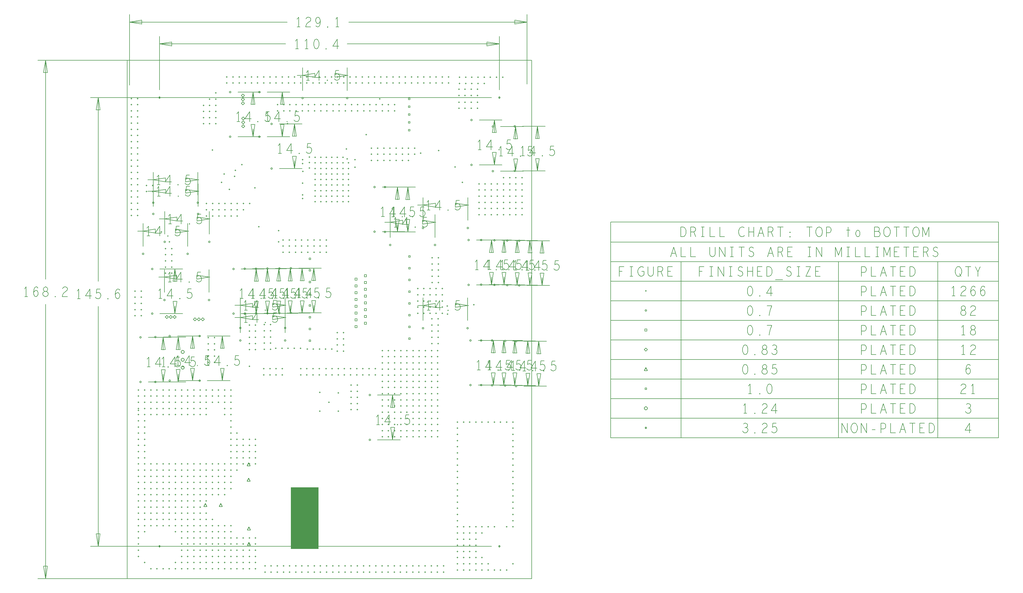
<source format=gko>
G04 ================== begin FILE IDENTIFICATION RECORD ==================*
G04 Layout Name:  E:/FACOMSA/allegro/TFG_ECU_Telemetry_Sender_1v0.brd*
G04 Film Name:    PCB_Sender_13XXVxBoardOutline*
G04 File Format:  Gerber RS274X*
G04 File Origin:  Cadence Allegro 17.0-S002*
G04 Origin Date:  Mon Mar 27 20:21:05 2023*
G04 *
G04 Layer:  MANUFACTURING/NCLEGEND-1-2*
G04 Layer:  MANUFACTURING/NCLEGEND-1-4*
G04 Layer:  MANUFACTURING/NCLEGEND-1-6*
G04 Layer:  MANUFACTURING/NCLEGEND-1-8*
G04 Layer:  BOARD GEOMETRY/DIMENSION*
G04 Layer:  BOARD GEOMETRY/OUTLINE*
G04 Layer:  MANUFACTURING/XSECTION_CHART*
G04 Layer:  MANUFACTURING/NCDRILL_FIGURE*
G04 Layer:  MANUFACTURING/NCDRILL_LEGEND*
G04 *
G04 Offset:    (0.0000 0.0000)*
G04 Mirror:    No*
G04 Mode:      Positive*
G04 Rotation:  0*
G04 FullContactRelief:  No*
G04 UndefLineWidth:     0.2000*
G04 ================== end FILE IDENTIFICATION RECORD ====================*
%FSAX34Y34*MOMM*%
%IR0*IPPOS*OFA0.00000B0.00000*MIA0B0*SFA1.00000B1.00000*%
%AMMACRO10*
1,1,.2,.2,0.0*
20,1,.2,.2,0.0,-.2,0.0,0.0*
1,1,.2,-.2,0.0*
1,1,.2,0.0,.2*
20,1,.2,0.0,.2,0.0,-.2,0.0*
1,1,.2,0.0,-.2*
%
%ADD10MACRO10*%
%AMMACRO12*
1,1,.2,.103553,-.25*
20,1,.2,.103553,-.25,-.103553,-.25,0.0*
1,1,.2,-.103553,-.25*
20,1,.2,-.103553,-.25,-.25,-.103553,0.0*
1,1,.2,-.25,-.103553*
20,1,.2,-.25,-.103553,-.25,.103553,0.0*
1,1,.2,-.25,.103553*
20,1,.2,-.25,.103553,-.103553,.25,0.0*
1,1,.2,-.103553,.25*
20,1,.2,-.103553,.25,.103553,.25,0.0*
1,1,.2,.103553,.25*
20,1,.2,.103553,.25,.25,.103553,0.0*
1,1,.2,.25,.103553*
20,1,.2,.25,.103553,.25,-.103553,0.0*
1,1,.2,.25,-.103553*
20,1,.2,.25,-.103553,.103553,-.25,0.0*
1,1,.2,.103553,-.25*
%
%ADD12MACRO12*%
%AMMACRO17*
1,1,.2,.25,.25*
20,1,.2,.25,.25,.25,-.25,0.0*
1,1,.2,.25,-.25*
20,1,.2,.25,-.25,-.25,-.25,0.0*
1,1,.2,-.25,-.25*
20,1,.2,-.25,-.25,-.25,.25,0.0*
1,1,.2,-.25,.25*
20,1,.2,-.25,.25,.25,.25,0.0*
1,1,.2,.25,.25*
%
%ADD17MACRO17*%
%AMMACRO16*
1,1,.2,.35,.35*
20,1,.2,.35,.35,.35,-.35,0.0*
1,1,.2,.35,-.35*
20,1,.2,.35,-.35,-.35,-.35,0.0*
1,1,.2,-.35,-.35*
20,1,.2,-.35,-.35,-.35,.35,0.0*
1,1,.2,-.35,.35*
20,1,.2,-.35,.35,.35,.35,0.0*
1,1,.2,.35,.35*
%
%ADD16MACRO16*%
%AMMACRO15*
1,1,.2,0.0,.5*
20,1,.2,0.0,.5,.5,-.5,0.0*
1,1,.2,.5,-.5*
20,1,.2,.5,-.5,-.5,-.5,0.0*
1,1,.2,-.5,-.5*
20,1,.2,-.5,-.5,0.0,.5,0.0*
1,1,.2,0.0,.5*
%
%ADD15MACRO15*%
%AMMACRO11*
1,1,.2,.25,0.0*
20,1,.2,.25,0.0,.125,.216506,0.0*
1,1,.2,.125,.216506*
20,1,.2,.125,.216506,-.125,.216506,0.0*
1,1,.2,-.125,.216506*
20,1,.2,-.125,.216506,-.25,0.0,0.0*
1,1,.2,-.25,0.0*
20,1,.2,-.25,0.0,-.125,-.216506,0.0*
1,1,.2,-.125,-.216506*
20,1,.2,-.125,-.216506,.125,-.216506,0.0*
1,1,.2,.125,-.216506*
20,1,.2,.125,-.216506,.25,0.0,0.0*
1,1,.2,.25,0.0*
%
%ADD11MACRO11*%
%AMMACRO14*
1,1,.2,.5,0.0*
20,1,.2,.5,0.0,.492404,-.086824,0.0*
1,1,.2,.492404,-.086824*
20,1,.2,.492404,-.086824,.469846,-.17101,0.0*
1,1,.2,.469846,-.17101*
20,1,.2,.469846,-.17101,.433013,-.25,0.0*
1,1,.2,.433013,-.25*
20,1,.2,.433013,-.25,.383022,-.321394,0.0*
1,1,.2,.383022,-.321394*
20,1,.2,.383022,-.321394,.321394,-.383022,0.0*
1,1,.2,.321394,-.383022*
20,1,.2,.321394,-.383022,.25,-.433013,0.0*
1,1,.2,.25,-.433013*
20,1,.2,.25,-.433013,.17101,-.469846,0.0*
1,1,.2,.17101,-.469846*
20,1,.2,.17101,-.469846,.086824,-.492404,0.0*
1,1,.2,.086824,-.492404*
20,1,.2,.086824,-.492404,0.0,-.5,0.0*
1,1,.2,0.0,-.5*
20,1,.2,0.0,-.5,-.086824,-.492404,0.0*
1,1,.2,-.086824,-.492404*
20,1,.2,-.086824,-.492404,-.17101,-.469846,0.0*
1,1,.2,-.17101,-.469846*
20,1,.2,-.17101,-.469846,-.25,-.433013,0.0*
1,1,.2,-.25,-.433013*
20,1,.2,-.25,-.433013,-.321394,-.383022,0.0*
1,1,.2,-.321394,-.383022*
20,1,.2,-.321394,-.383022,-.383022,-.321394,0.0*
1,1,.2,-.383022,-.321394*
20,1,.2,-.383022,-.321394,-.433013,-.25,0.0*
1,1,.2,-.433013,-.25*
20,1,.2,-.433013,-.25,-.469846,-.17101,0.0*
1,1,.2,-.469846,-.17101*
20,1,.2,-.469846,-.17101,-.492404,-.086824,0.0*
1,1,.2,-.492404,-.086824*
20,1,.2,-.492404,-.086824,-.5,0.0,0.0*
1,1,.2,-.5,0.0*
20,1,.2,-.5,0.0,-.492404,.086824,0.0*
1,1,.2,-.492404,.086824*
20,1,.2,-.492404,.086824,-.469846,.17101,0.0*
1,1,.2,-.469846,.17101*
20,1,.2,-.469846,.17101,-.433013,.25,0.0*
1,1,.2,-.433013,.25*
20,1,.2,-.433013,.25,-.383022,.321394,0.0*
1,1,.2,-.383022,.321394*
20,1,.2,-.383022,.321394,-.321394,.383022,0.0*
1,1,.2,-.321394,.383022*
20,1,.2,-.321394,.383022,-.25,.433013,0.0*
1,1,.2,-.25,.433013*
20,1,.2,-.25,.433013,-.17101,.469846,0.0*
1,1,.2,-.17101,.469846*
20,1,.2,-.17101,.469846,-.086824,.492404,0.0*
1,1,.2,-.086824,.492404*
20,1,.2,-.086824,.492404,0.0,.5,0.0*
1,1,.2,0.0,.5*
20,1,.2,0.0,.5,.086824,.492404,0.0*
1,1,.2,.086824,.492404*
20,1,.2,.086824,.492404,.17101,.469846,0.0*
1,1,.2,.17101,.469846*
20,1,.2,.17101,.469846,.25,.433013,0.0*
1,1,.2,.25,.433013*
20,1,.2,.25,.433013,.321394,.383022,0.0*
1,1,.2,.321394,.383022*
20,1,.2,.321394,.383022,.383022,.321394,0.0*
1,1,.2,.383022,.321394*
20,1,.2,.383022,.321394,.433013,.25,0.0*
1,1,.2,.433013,.25*
20,1,.2,.433013,.25,.469846,.17101,0.0*
1,1,.2,.469846,.17101*
20,1,.2,.469846,.17101,.492404,.086824,0.0*
1,1,.2,.492404,.086824*
20,1,.2,.492404,.086824,.5,0.0,0.0*
1,1,.2,.5,0.0*
%
%ADD14MACRO14*%
%AMMACRO13*
1,1,.2,.5,0.0*
20,1,.2,.5,0.0,0.0,-.5,0.0*
1,1,.2,0.0,-.5*
20,1,.2,0.0,-.5,-.5,0.0,0.0*
1,1,.2,-.5,0.0*
20,1,.2,-.5,0.0,0.0,.5,0.0*
1,1,.2,0.0,.5*
20,1,.2,0.0,.5,.5,0.0,0.0*
1,1,.2,.5,0.0*
%
%ADD13MACRO13*%
%ADD18C,.2*%
G75*
%LPD*%
G75*
G36*
G01X-0115000Y-0766000D02*
X-0205000D01*
Y-0566000D01*
X-0115000D01*
Y-0766000D01*
G37*
G54D10*
X-0711000Y0011000D03*
Y-0009000D03*
Y0071000D03*
Y0051000D03*
Y0031000D03*
X-0723000Y0356000D03*
Y0336000D03*
Y0316000D03*
Y0416000D03*
Y0396000D03*
Y0376000D03*
Y0476000D03*
Y0456000D03*
Y0436000D03*
Y0556000D03*
Y0536000D03*
Y0516000D03*
Y0496000D03*
Y0616000D03*
Y0596000D03*
Y0576000D03*
Y0676000D03*
Y0656000D03*
Y0636000D03*
Y0696000D03*
X-0700000Y-0790000D03*
X-0680000Y-0810000D03*
X-0660000Y-0830000D03*
X-0700000Y-0730000D03*
Y-0750000D03*
Y-0770000D03*
Y-0650000D03*
X-0680000D03*
X-0660000D03*
X-0700000Y-0670000D03*
X-0680000D03*
X-0660000D03*
X-0700000Y-0690000D03*
X-0680000D03*
X-0660000D03*
X-0700000Y-0710000D03*
X-0680000D03*
X-0700000Y-0590000D03*
X-0680000D03*
X-0660000D03*
X-0700000Y-0610000D03*
X-0680000D03*
X-0660000D03*
X-0700000Y-0630000D03*
X-0680000D03*
X-0660000D03*
X-0700000Y-0530000D03*
X-0680000D03*
X-0660000D03*
X-0700000Y-0550000D03*
X-0680000D03*
X-0660000D03*
X-0700000Y-0570000D03*
X-0680000D03*
X-0660000D03*
X-0700000Y-0450000D03*
X-0680000D03*
X-0700000Y-0470000D03*
X-0680000D03*
X-0700000Y-0490000D03*
X-0680000D03*
X-0660000D03*
X-0700000Y-0510000D03*
X-0680000D03*
X-0660000D03*
X-0700000Y-0390000D03*
X-0680000D03*
X-0700000Y-0410000D03*
X-0680000D03*
X-0700000Y-0430000D03*
X-0680000D03*
X-0700000Y-0330000D03*
X-0680000D03*
X-0660000D03*
X-0700000Y-0350000D03*
X-0680000D03*
X-0700000Y-0370000D03*
X-0680000D03*
X-0700000Y-0316000D03*
Y-0250000D03*
X-0680000D03*
X-0660000D03*
X-0700000Y-0270000D03*
X-0680000D03*
X-0660000D03*
X-0700000Y-0290000D03*
X-0680000D03*
X-0660000D03*
X-0700000Y-0310000D03*
X-0680000D03*
X-0660000D03*
X-0691000Y0011000D03*
Y-0009000D03*
Y0071000D03*
Y0051000D03*
Y0031000D03*
X-0703000Y0356000D03*
Y0336000D03*
Y0316000D03*
X-0674000Y0414000D03*
X-0654000D03*
X-0674000Y0394000D03*
X-0654000D03*
X-0703000Y0416000D03*
Y0396000D03*
Y0376000D03*
Y0476000D03*
Y0456000D03*
Y0436000D03*
Y0556000D03*
Y0536000D03*
Y0516000D03*
Y0496000D03*
Y0616000D03*
Y0596000D03*
Y0576000D03*
Y0676000D03*
Y0656000D03*
Y0636000D03*
Y0696000D03*
X-0580000Y-0810000D03*
X-0620000Y-0830000D03*
X-0600000D03*
X-0580000D03*
X-0640000D03*
X-0620000Y-0650000D03*
X-0600000D03*
X-0580000D03*
X-0620000Y-0670000D03*
X-0600000D03*
X-0580000D03*
X-0620000Y-0690000D03*
X-0600000D03*
X-0580000D03*
Y-0710000D03*
X-0640000Y-0650000D03*
Y-0670000D03*
Y-0690000D03*
X-0620000Y-0590000D03*
X-0600000D03*
X-0580000D03*
X-0620000Y-0610000D03*
X-0600000D03*
X-0580000D03*
X-0620000Y-0630000D03*
X-0600000D03*
X-0580000D03*
X-0640000Y-0590000D03*
Y-0610000D03*
Y-0630000D03*
X-0620000Y-0530000D03*
X-0600000D03*
X-0580000D03*
X-0620000Y-0550000D03*
X-0600000D03*
X-0580000D03*
X-0640000Y-0530000D03*
Y-0550000D03*
X-0620000Y-0570000D03*
X-0600000D03*
X-0580000D03*
X-0640000D03*
X-0620000Y-0490000D03*
X-0600000D03*
X-0580000D03*
X-0620000Y-0510000D03*
X-0600000D03*
X-0580000D03*
X-0640000Y-0490000D03*
Y-0510000D03*
X-0620000Y-0330000D03*
X-0600000D03*
X-0580000D03*
X-0640000D03*
X-0620000Y-0250000D03*
X-0600000D03*
X-0580000D03*
X-0640000D03*
X-0620000Y-0270000D03*
X-0600000D03*
X-0580000D03*
X-0620000Y-0290000D03*
X-0600000D03*
X-0580000D03*
X-0620000Y-0310000D03*
X-0600000D03*
X-0580000D03*
X-0640000Y-0270000D03*
Y-0290000D03*
Y-0310000D03*
X-0612000Y0149000D03*
X-0592000D03*
X-0612000Y0129000D03*
X-0592000D03*
X-0612000Y0209000D03*
X-0592000D03*
X-0612000Y0189000D03*
X-0592000D03*
X-0612000Y0169000D03*
X-0592000D03*
X-0625400Y0262700D03*
X-0599500Y0230800D03*
X-0540000Y-0790000D03*
X-0520000D03*
X-0540000Y-0810000D03*
X-0520000D03*
X-0540000Y-0830000D03*
X-0520000D03*
X-0560000Y-0790000D03*
Y-0810000D03*
Y-0830000D03*
X-0540000Y-0730000D03*
X-0520000D03*
X-0540000Y-0750000D03*
X-0520000D03*
X-0540000Y-0770000D03*
X-0520000D03*
X-0560000Y-0730000D03*
Y-0750000D03*
Y-0770000D03*
X-0540000Y-0650000D03*
X-0520000D03*
X-0540000Y-0670000D03*
X-0520000D03*
X-0540000Y-0690000D03*
X-0520000D03*
X-0540000Y-0710000D03*
X-0520000D03*
X-0560000Y-0650000D03*
Y-0670000D03*
Y-0690000D03*
Y-0710000D03*
X-0540000Y-0590000D03*
X-0520000D03*
X-0540000Y-0610000D03*
X-0520000D03*
X-0540000Y-0630000D03*
X-0520000D03*
X-0560000Y-0590000D03*
Y-0610000D03*
Y-0630000D03*
X-0540000Y-0530000D03*
X-0520000D03*
X-0540000Y-0550000D03*
X-0520000D03*
X-0560000Y-0530000D03*
Y-0550000D03*
X-0540000Y-0570000D03*
X-0520000D03*
X-0560000D03*
X-0540000Y-0490000D03*
X-0520000D03*
X-0540000Y-0510000D03*
X-0520000D03*
X-0560000Y-0490000D03*
Y-0510000D03*
X-0540000Y-0330000D03*
X-0520000D03*
X-0560000D03*
X-0540000Y-0250000D03*
X-0520000D03*
X-0560000D03*
X-0540000Y-0270000D03*
X-0520000D03*
X-0540000Y-0290000D03*
X-0520000D03*
X-0540000Y-0310000D03*
X-0520000D03*
X-0560000Y-0270000D03*
Y-0290000D03*
Y-0310000D03*
X-0480000Y-0790000D03*
X-0460000D03*
X-0480000Y-0810000D03*
X-0460000D03*
X-0480000Y-0830000D03*
X-0460000D03*
X-0500000Y-0790000D03*
Y-0810000D03*
Y-0830000D03*
X-0480000Y-0730000D03*
X-0460000D03*
X-0480000Y-0750000D03*
X-0460000D03*
X-0480000Y-0770000D03*
X-0460000D03*
X-0500000Y-0730000D03*
Y-0750000D03*
Y-0770000D03*
X-0480000Y-0650000D03*
Y-0670000D03*
X-0460000D03*
X-0480000Y-0690000D03*
X-0460000D03*
X-0480000Y-0710000D03*
X-0460000D03*
X-0500000Y-0650000D03*
Y-0670000D03*
Y-0690000D03*
Y-0710000D03*
X-0480000Y-0590000D03*
X-0460000D03*
X-0480000Y-0610000D03*
X-0500000Y-0590000D03*
Y-0610000D03*
Y-0630000D03*
X-0480000Y-0530000D03*
X-0460000D03*
X-0480000Y-0550000D03*
X-0460000D03*
X-0500000Y-0530000D03*
Y-0550000D03*
X-0480000Y-0570000D03*
X-0460000D03*
X-0500000D03*
X-0480000Y-0490000D03*
X-0460000D03*
X-0480000Y-0510000D03*
X-0460000D03*
X-0500000Y-0490000D03*
Y-0510000D03*
X-0480000Y-0330000D03*
X-0500000D03*
X-0480000Y-0250000D03*
X-0460000D03*
X-0500000D03*
X-0480000Y-0270000D03*
X-0460000D03*
X-0480000Y-0290000D03*
X-0460000D03*
X-0480000Y-0310000D03*
X-0500000Y-0270000D03*
Y-0290000D03*
Y-0310000D03*
X-0473000Y-0120000D03*
X-0453000D03*
X-0473000Y-0140000D03*
X-0453000D03*
X-0473000Y-0160000D03*
X-0453000D03*
X-0473000Y-0080000D03*
X-0453000D03*
X-0473000Y-0100000D03*
X-0453000D03*
X-0479000Y0355000D03*
X-0459000D03*
X-0479000Y0335000D03*
X-0459000D03*
X-0479000Y0315000D03*
X-0459000D03*
X-0459500Y0528400D03*
X-0469000Y0614000D03*
X-0449000D03*
X-0489000D03*
X-0469000Y0674000D03*
X-0449000D03*
X-0489000D03*
X-0469000Y0654000D03*
X-0449000D03*
X-0469000Y0634000D03*
X-0449000D03*
X-0489000Y0654000D03*
Y0634000D03*
X-0449000Y0714000D03*
X-0469000Y0694000D03*
X-0449000D03*
X-0400000Y-0790000D03*
X-0380000D03*
X-0400000Y-0810000D03*
X-0380000D03*
X-0400000Y-0830000D03*
X-0380000D03*
X-0440000Y-0790000D03*
X-0420000D03*
X-0440000Y-0810000D03*
X-0420000D03*
X-0440000Y-0830000D03*
X-0420000D03*
X-0400000Y-0730000D03*
X-0380000D03*
X-0400000Y-0750000D03*
X-0380000D03*
X-0400000Y-0770000D03*
X-0380000D03*
X-0440000Y-0730000D03*
X-0420000D03*
X-0440000Y-0750000D03*
X-0420000D03*
X-0440000Y-0770000D03*
X-0420000D03*
X-0400000Y-0690000D03*
Y-0710000D03*
X-0440000Y-0690000D03*
X-0420000D03*
X-0440000Y-0710000D03*
X-0420000D03*
X-0440000Y-0590000D03*
X-0420000D03*
X-0400000Y-0530000D03*
Y-0550000D03*
X-0440000Y-0530000D03*
X-0420000D03*
X-0440000Y-0550000D03*
X-0420000D03*
X-0400000Y-0570000D03*
X-0440000D03*
X-0420000D03*
X-0400000Y-0450000D03*
X-0380000D03*
X-0400000Y-0470000D03*
X-0380000D03*
X-0400000Y-0490000D03*
X-0380000D03*
X-0400000Y-0510000D03*
X-0380000D03*
X-0440000Y-0490000D03*
X-0420000D03*
X-0440000Y-0510000D03*
X-0420000D03*
X-0400000Y-0390000D03*
X-0380000D03*
X-0400000Y-0410000D03*
X-0380000D03*
X-0400000Y-0430000D03*
X-0380000D03*
X-0400000Y-0330000D03*
Y-0350000D03*
Y-0370000D03*
X-0420000Y-0330000D03*
X-0400000Y-0250000D03*
X-0440000D03*
X-0420000D03*
X-0400000Y-0270000D03*
Y-0290000D03*
Y-0310000D03*
X-0440000Y-0270000D03*
X-0420000D03*
X-0440000Y-0290000D03*
X-0420000D03*
Y-0310000D03*
X-0399000Y0355000D03*
X-0379000D03*
X-0399000Y0335000D03*
X-0379000D03*
X-0399000Y0315000D03*
X-0379000D03*
X-0439000Y0355000D03*
X-0419000D03*
X-0439000Y0335000D03*
X-0419000D03*
X-0439000Y0315000D03*
X-0419000D03*
X-0404900Y0401100D03*
X-0388000Y0443000D03*
X-0421900Y0451000D03*
X-0385348Y0462348D03*
X-0429800Y0423400D03*
X-0393000Y0746000D03*
X-0413000D03*
X-0393000Y0766000D03*
X-0413000D03*
X-0320000Y-0790000D03*
Y-0810000D03*
Y-0830000D03*
X-0360000Y-0790000D03*
X-0340000D03*
X-0360000Y-0810000D03*
X-0340000D03*
X-0360000Y-0830000D03*
X-0340000D03*
X-0320000Y-0730000D03*
Y-0750000D03*
Y-0770000D03*
X-0360000Y-0730000D03*
X-0340000D03*
X-0360000Y-0750000D03*
Y-0770000D03*
X-0340000D03*
Y-0750000D03*
X-0320000Y-0450000D03*
Y-0470000D03*
X-0360000Y-0450000D03*
X-0340000D03*
X-0360000Y-0470000D03*
X-0340000D03*
X-0320000Y-0490000D03*
X-0360000D03*
X-0340000D03*
X-0320000Y-0410000D03*
Y-0430000D03*
X-0360000Y-0410000D03*
X-0340000D03*
X-0360000Y-0430000D03*
X-0340000D03*
X-0320000Y-0119000D03*
X-0340000D03*
X-0339700Y-0173200D03*
X-0320000Y-0059000D03*
Y-0079000D03*
Y-0099000D03*
X-0340000Y-0059000D03*
Y-0079000D03*
Y-0099000D03*
X-0320000Y-0039000D03*
X-0340000D03*
X-0359000Y0355000D03*
X-0339000D03*
X-0359000Y0335000D03*
X-0321800Y0406300D03*
X-0364040Y0481652D03*
X-0313000Y0746000D03*
X-0373000D03*
X-0353000D03*
X-0333000D03*
X-0313000Y0766000D03*
X-0373000D03*
X-0353000D03*
X-0333000D03*
X-0249000Y-0821000D03*
Y-0841000D03*
X-0289000Y-0821000D03*
X-0269000D03*
X-0289000Y-0841000D03*
X-0269000D03*
X-0253000Y-0181000D03*
Y-0201000D03*
X-0293000Y-0181000D03*
X-0273000D03*
X-0293000Y-0201000D03*
X-0273000D03*
X-0254000Y-0115000D03*
X-0291000Y-0118000D03*
X-0271000D03*
X-0291000Y-0058000D03*
X-0271000D03*
X-0291000Y-0078000D03*
X-0271000D03*
X-0291000Y-0098000D03*
X-0271000D03*
X-0291000Y-0038000D03*
X-0271000D03*
X-0309200Y0279900D03*
X-0244700Y0266900D03*
X-0245000Y0231000D03*
X-0248000Y0676000D03*
Y0656000D03*
X-0253000Y0746000D03*
X-0293000D03*
X-0273000D03*
X-0253000Y0766000D03*
X-0293000D03*
X-0273000D03*
X-0229000Y-0821000D03*
X-0209000D03*
X-0189000D03*
X-0229000Y-0841000D03*
X-0209000D03*
X-0189000D03*
X-0233000Y-0181000D03*
Y-0201000D03*
X-0234000Y-0115000D03*
X-0214000D03*
X-0194000D03*
X-0230000Y0217000D03*
X-0210000D03*
X-0190000D03*
X-0230000Y0197000D03*
X-0210000D03*
X-0190000D03*
X-0230000Y0237000D03*
X-0210000D03*
X-0190000D03*
X-0215900Y0613900D03*
X-0228000Y0676000D03*
X-0208000D03*
X-0188000D03*
X-0228000Y0656000D03*
X-0208000D03*
X-0188000D03*
X-0233000Y0746000D03*
X-0213000D03*
X-0193000D03*
X-0233000Y0766000D03*
X-0213000D03*
X-0193000D03*
X-0169000Y-0821000D03*
X-0149000D03*
X-0129000D03*
X-0169000Y-0841000D03*
X-0149000D03*
X-0129000D03*
X-0110700Y-0319000D03*
X-0111000Y-0258000D03*
X-0173000Y-0181000D03*
X-0153000D03*
X-0133000D03*
X-0113000D03*
X-0173000Y-0201000D03*
X-0153000D03*
X-0133000D03*
X-0113000D03*
X-0174000Y-0115000D03*
X-0152000Y-0117000D03*
X-0132000D03*
X-0112000D03*
X-0170000Y0217000D03*
X-0150000D03*
X-0130000D03*
X-0170000Y0197000D03*
X-0150000D03*
X-0130000D03*
X-0170000Y0237000D03*
X-0150000D03*
X-0130000D03*
X-0126000Y0415000D03*
Y0397000D03*
Y0379000D03*
Y0361000D03*
X-0167000Y0371100D03*
X-0166600Y0421600D03*
Y0383500D03*
X-0145000Y0488000D03*
Y0470000D03*
X-0126000Y0487000D03*
Y0469000D03*
Y0451000D03*
Y0433000D03*
X-0166300Y0459500D03*
X-0166600Y0485100D03*
X-0145000Y0506000D03*
X-0126000Y0505000D03*
X-0166600Y0497800D03*
X-0168000Y0676000D03*
X-0148000D03*
X-0128000D03*
X-0168000Y0656000D03*
X-0148000D03*
X-0128000D03*
X-0173000Y0746000D03*
X-0153000D03*
X-0133000D03*
X-0113000D03*
X-0173000Y0766000D03*
X-0153000D03*
X-0133000D03*
X-0113000D03*
X-0089000Y-0821000D03*
X-0069000D03*
X-0049000D03*
X-0089000Y-0841000D03*
X-0069000D03*
X-0049000D03*
X-0109000Y-0821000D03*
Y-0841000D03*
X-0051000Y-0319000D03*
Y-0259300D03*
X-0081600Y-0289900D03*
X-0091000Y-0181000D03*
X-0071000D03*
X-0051000D03*
X-0091000Y-0201000D03*
X-0071000D03*
X-0051000D03*
X-0092000Y-0117000D03*
X-0072000D03*
X-0054000Y-0124000D03*
Y-0064000D03*
Y-0084000D03*
Y-0104000D03*
X-0090000Y0217000D03*
X-0110000D03*
X-0090000Y0197000D03*
X-0110000D03*
X-0090000Y0237000D03*
X-0110000D03*
X-0090000Y0397000D03*
X-0072000D03*
X-0054000D03*
X-0090000Y0379000D03*
X-0072000D03*
X-0054000D03*
X-0090000Y0361000D03*
X-0072000D03*
X-0054000D03*
X-0108000Y0415000D03*
Y0397000D03*
Y0379000D03*
Y0361000D03*
X-0054000Y0415000D03*
X-0072000D03*
X-0090000D03*
Y0487000D03*
X-0072000D03*
X-0054000D03*
X-0090000Y0469000D03*
X-0072000D03*
X-0054000D03*
X-0108000Y0487000D03*
Y0469000D03*
Y0451000D03*
Y0433000D03*
X-0054000D03*
X-0072000D03*
X-0090000D03*
X-0054000Y0451000D03*
X-0072000D03*
X-0090000D03*
Y0505000D03*
X-0072000D03*
X-0054000D03*
X-0108000D03*
X-0088000Y0676000D03*
X-0068000D03*
X-0048000D03*
X-0108000D03*
X-0088000Y0656000D03*
X-0068000D03*
X-0048000D03*
X-0108000D03*
X-0093000Y0746000D03*
X-0073000D03*
X-0053000D03*
X-0093000Y0766000D03*
X-0073000D03*
X-0053000D03*
X-0009000Y-0821000D03*
X0011000D03*
X-0009000Y-0841000D03*
X0011000D03*
X-0029000Y-0821000D03*
Y-0841000D03*
X-0009000Y-0314000D03*
X0011000D03*
X-0009000Y-0254000D03*
X0011000D03*
X-0009000Y-0274000D03*
X0011000D03*
X-0009000Y-0294000D03*
X0011000D03*
X-0009000Y-0234000D03*
X0011000D03*
X-0011000Y-0181000D03*
X0009000D03*
X-0011000Y-0201000D03*
X0009000D03*
X-0031000Y-0181000D03*
Y-0201000D03*
X-0034000Y-0124000D03*
Y-0064000D03*
Y-0084000D03*
Y-0104000D03*
X-0018000Y0415000D03*
Y0397000D03*
Y0379000D03*
Y0361000D03*
X-0036000Y0415000D03*
Y0397000D03*
Y0379000D03*
Y0361000D03*
X-0018000Y0487000D03*
Y0469000D03*
Y0451000D03*
Y0433000D03*
X-0036000Y0487000D03*
Y0469000D03*
Y0451000D03*
Y0433000D03*
X0003700Y0472600D03*
X-0022000Y0500000D03*
X-0036000Y0505000D03*
X-0024300Y0532500D03*
X0003100Y0497300D03*
X-0008000Y0676000D03*
X0012000D03*
X-0028000D03*
X-0008000Y0656000D03*
X0012000D03*
X-0028000D03*
X-0013000Y0746000D03*
X0007000D03*
X-0033000D03*
X-0013000Y0766000D03*
X0007000D03*
X-0033000D03*
X0071000Y-0821000D03*
Y-0841000D03*
X0031000Y-0821000D03*
X0051000D03*
X0031000Y-0841000D03*
X0051000D03*
X0069000Y-0181000D03*
Y-0201000D03*
X0029000Y-0181000D03*
X0049000D03*
X0029000Y-0201000D03*
X0049000D03*
X0057000Y0535000D03*
X0077000D03*
X0057000Y0515000D03*
X0077000D03*
X0057000Y0495000D03*
X0077000D03*
X0039800Y0578800D03*
X0052000Y0676000D03*
X0072000D03*
X0032000D03*
X0052000Y0656000D03*
X0072000D03*
X0032000D03*
X0067000Y0746000D03*
X0087000D03*
X0027000D03*
X0047000D03*
X0084000Y0694600D03*
X0067000Y0766000D03*
X0087000D03*
X0027000D03*
X0047000D03*
X0131000Y-0821000D03*
X0151000D03*
X0131000Y-0841000D03*
X0151000D03*
X0091000Y-0821000D03*
X0111000D03*
X0091000Y-0841000D03*
X0111000D03*
X0132000Y-0382000D03*
X0152000D03*
X0132000Y-0402000D03*
X0152000D03*
X0092000Y-0382000D03*
X0112000D03*
X0092000Y-0402000D03*
X0112000D03*
X0132000Y-0322000D03*
X0152000D03*
X0092000D03*
X0112000D03*
X0132000Y-0342000D03*
X0152000D03*
X0132000Y-0362000D03*
X0152000D03*
X0092000Y-0342000D03*
X0112000D03*
X0092000Y-0362000D03*
X0112000D03*
X0132000Y-0262000D03*
X0152000D03*
X0132000Y-0282000D03*
X0152000D03*
X0132000Y-0302000D03*
X0152000D03*
X0092000Y-0262000D03*
X0112000D03*
X0092000Y-0282000D03*
X0112000D03*
X0092000Y-0302000D03*
X0112000D03*
X0132000Y-0182000D03*
X0152000D03*
X0132000Y-0202000D03*
X0152000D03*
X0132000Y-0222000D03*
X0152000D03*
X0132000Y-0242000D03*
X0152000D03*
X0092000Y-0182000D03*
X0112000D03*
X0092000Y-0202000D03*
X0112000D03*
X0092000Y-0222000D03*
X0112000D03*
X0092000Y-0242000D03*
X0112000D03*
X0132000Y-0122000D03*
X0152000D03*
X0132000Y-0142000D03*
X0152000D03*
X0132000Y-0162000D03*
X0152000D03*
X0092000Y-0122000D03*
X0112000D03*
X0092000Y-0142000D03*
X0112000D03*
X0092000Y-0162000D03*
X0112000D03*
X0137000Y0535000D03*
Y0515000D03*
X0097000Y0535000D03*
X0117000D03*
X0097000Y0515000D03*
X0117000D03*
X0137000Y0495000D03*
X0097000D03*
X0117000D03*
X0132000Y0676000D03*
X0092000D03*
X0112000D03*
X0132000Y0656000D03*
X0092000D03*
X0112000D03*
X0147000Y0746000D03*
X0107000D03*
X0127000D03*
X0147000Y0766000D03*
X0107000D03*
X0127000D03*
X0211000Y-0821000D03*
Y-0841000D03*
X0171000Y-0821000D03*
X0191000D03*
X0171000Y-0841000D03*
X0191000D03*
X0212000Y-0382000D03*
Y-0402000D03*
X0172000Y-0382000D03*
X0192000D03*
X0172000Y-0402000D03*
X0192000D03*
X0212000Y-0322000D03*
X0172000D03*
X0192000D03*
X0212000Y-0342000D03*
Y-0362000D03*
X0172000Y-0342000D03*
X0192000D03*
X0172000Y-0362000D03*
X0192000D03*
X0212000Y-0262000D03*
Y-0282000D03*
Y-0302000D03*
X0172000Y-0262000D03*
X0192000D03*
X0172000Y-0282000D03*
X0192000D03*
X0172000Y-0302000D03*
X0192000D03*
X0212000Y-0182000D03*
Y-0202000D03*
Y-0222000D03*
Y-0242000D03*
X0172000Y-0182000D03*
X0192000D03*
X0172000Y-0202000D03*
X0192000D03*
X0172000Y-0222000D03*
X0192000D03*
X0172000Y-0242000D03*
X0192000D03*
X0212000Y-0122000D03*
Y-0142000D03*
Y-0162000D03*
X0172000Y-0122000D03*
X0192000D03*
X0172000Y-0142000D03*
X0192000D03*
X0172000Y-0162000D03*
X0192000D03*
X0207000Y0019000D03*
Y-0001000D03*
Y0079000D03*
Y0059000D03*
Y0039000D03*
X0216600Y0518500D03*
X0157000Y0535000D03*
X0177000D03*
X0197000D03*
X0157000Y0515000D03*
X0177000D03*
X0197000D03*
X0157000Y0495000D03*
X0177000D03*
X0207000Y0746000D03*
X0167000D03*
X0187000D03*
X0207000Y0766000D03*
X0167000D03*
X0187000D03*
X0231000Y-0821000D03*
X0251000D03*
X0271000D03*
X0231000Y-0841000D03*
X0251000D03*
X0271000D03*
X0232000Y-0382000D03*
X0252000D03*
X0272000D03*
X0232000Y-0402000D03*
X0252000D03*
X0272000D03*
X0232000Y-0322000D03*
X0252000D03*
X0272000D03*
X0232000Y-0342000D03*
X0252000D03*
X0272000D03*
X0232000Y-0362000D03*
X0252000D03*
X0272000D03*
X0232000Y-0262000D03*
X0252000D03*
X0272000D03*
X0232000Y-0282000D03*
X0252000D03*
X0272000D03*
X0232000Y-0302000D03*
X0252000D03*
X0272000D03*
X0232000Y-0182000D03*
X0252000D03*
X0272000D03*
X0232000Y-0202000D03*
X0252000D03*
X0272000D03*
X0232000Y-0222000D03*
X0252000D03*
X0272000D03*
X0232000Y-0242000D03*
X0252000D03*
X0272000D03*
X0232000Y-0122000D03*
X0252000D03*
X0272000D03*
X0232000Y-0142000D03*
X0252000D03*
X0272000D03*
X0232000Y-0162000D03*
X0252000D03*
X0272000D03*
X0253000Y-0059000D03*
X0273000D03*
X0253000Y-0079000D03*
X0273000D03*
X0253000Y-0099000D03*
X0273000D03*
X0253000Y-0019000D03*
X0273000D03*
X0253000Y-0039000D03*
X0273000D03*
X0287000Y0019000D03*
Y-0001000D03*
X0227000Y0019000D03*
X0247000D03*
X0267000D03*
X0227000Y-0001000D03*
X0247000D03*
X0267000D03*
X0287000Y0079000D03*
Y0059000D03*
X0227000Y0079000D03*
X0247000D03*
X0267000D03*
X0227000Y0059000D03*
X0247000D03*
X0267000D03*
X0287000Y0039000D03*
X0227000D03*
X0247000D03*
X0267000D03*
X0254000Y0139000D03*
X0274000D03*
X0254000Y0119000D03*
X0274000D03*
X0254000Y0099000D03*
X0274000D03*
X0254000Y0179000D03*
X0274000D03*
X0254000Y0159000D03*
X0274000D03*
X0275100Y0527100D03*
X0287000Y0746000D03*
X0227000D03*
X0247000D03*
X0267000D03*
X0287000Y0766000D03*
X0227000D03*
X0247000D03*
X0267000D03*
X0291000Y-0821000D03*
Y-0841000D03*
X0336000Y-0794000D03*
X0356000D03*
X0336000Y-0814000D03*
X0356000D03*
X0336000Y-0834000D03*
X0356000D03*
X0336000Y-0714000D03*
X0356000D03*
X0336000Y-0734000D03*
X0356000D03*
X0336000Y-0754000D03*
X0356000D03*
X0336000Y-0774000D03*
X0356000D03*
X0336000Y-0654000D03*
Y-0674000D03*
Y-0694000D03*
X0356000D03*
X0336000Y-0594000D03*
Y-0614000D03*
Y-0634000D03*
Y-0514000D03*
Y-0534000D03*
Y-0554000D03*
Y-0574000D03*
Y-0454000D03*
Y-0474000D03*
Y-0494000D03*
Y-0394000D03*
Y-0414000D03*
Y-0434000D03*
Y-0354000D03*
X0356000D03*
X0336000Y-0374000D03*
X0303500Y-0004100D03*
X0303400Y0022800D03*
X0328100Y0474000D03*
X0352300Y0423500D03*
X0341000Y0684000D03*
Y0664000D03*
X0307000Y0746000D03*
X0341000Y0726000D03*
Y0706000D03*
X0343000Y0745000D03*
X0307000Y0766000D03*
X0343000Y0765000D03*
X0376000Y-0794000D03*
X0396000D03*
X0416000D03*
X0376000Y-0814000D03*
X0396000D03*
X0416000D03*
X0376000Y-0834000D03*
X0396000D03*
X0416000D03*
X0376000Y-0714000D03*
X0396000D03*
X0416000D03*
X0376000Y-0734000D03*
X0396000D03*
X0376000Y-0754000D03*
X0396000D03*
X0376000Y-0774000D03*
X0396000D03*
X0376000Y-0694000D03*
X0396000D03*
X0416000D03*
X0376000Y-0354000D03*
X0396000D03*
X0416000D03*
X0389200Y0026800D03*
X0406000Y0339000D03*
Y0319000D03*
Y0419000D03*
Y0399000D03*
Y0379000D03*
Y0359000D03*
X0361000Y0684000D03*
X0381000D03*
X0401000D03*
X0361000Y0664000D03*
X0381000D03*
X0401000D03*
X0361000Y0726000D03*
X0381000D03*
X0401000D03*
X0361000Y0706000D03*
X0381000D03*
X0401000D03*
X0363000Y0745000D03*
X0383000D03*
X0403000D03*
X0423000D03*
X0363000Y0765000D03*
X0383000D03*
X0403000D03*
X0423000D03*
X0436000Y-0814000D03*
Y-0834000D03*
X0456000D03*
X0476000D03*
X0436000Y-0694000D03*
X0456000D03*
X0436000Y-0354000D03*
X0456000D03*
X0476000D03*
X0446000Y0339000D03*
X0466000D03*
X0486000D03*
X0446000Y0319000D03*
X0466000D03*
X0486000D03*
X0426000Y0339000D03*
Y0319000D03*
X0446000Y0419000D03*
X0466000D03*
X0486000D03*
X0446000Y0399000D03*
X0466000D03*
X0486000D03*
X0446000Y0379000D03*
X0466000D03*
X0486000D03*
X0446000Y0359000D03*
X0466000D03*
X0486000D03*
X0426000Y0419000D03*
Y0399000D03*
Y0379000D03*
Y0359000D03*
X0486000Y0439000D03*
X0443000Y0765000D03*
X0463000D03*
X0483000D03*
X0516000Y-0814000D03*
X0496000Y-0834000D03*
X0516000Y-0654000D03*
Y-0674000D03*
Y-0694000D03*
X0496000D03*
X0516000Y-0594000D03*
Y-0614000D03*
Y-0634000D03*
Y-0514000D03*
Y-0534000D03*
Y-0554000D03*
Y-0574000D03*
Y-0454000D03*
Y-0474000D03*
Y-0494000D03*
Y-0394000D03*
Y-0414000D03*
Y-0434000D03*
Y-0354000D03*
Y-0374000D03*
X0496000Y-0354000D03*
X0526000Y0339000D03*
X0546000D03*
X0526000Y0319000D03*
X0546000D03*
X0506000Y0339000D03*
Y0319000D03*
X0526000Y0419000D03*
X0546000D03*
X0526000Y0399000D03*
X0546000D03*
X0526000Y0379000D03*
X0546000D03*
X0526000Y0359000D03*
X0546000D03*
X0506000Y0419000D03*
Y0399000D03*
Y0379000D03*
Y0359000D03*
X0526000Y0439000D03*
X0546000D03*
X0506000D03*
X0948150Y0071250D03*
G54D11*
X-0632000Y-0757000D03*
Y0699000D03*
X0472000Y-0757000D03*
Y0699000D03*
X0948150Y-0373250D03*
G54D12*
X-0645000Y-0223500D03*
X-0693500Y-0224100D03*
X-0645000Y-0078500D03*
X-0693500Y-0079100D03*
X-0655600Y-0002400D03*
Y0142600D03*
X-0685100Y0191800D03*
X-0651700Y0321000D03*
X-0652100Y0358000D03*
X-0598300Y-0219500D03*
Y-0074500D03*
X-0615900Y0042300D03*
X-0615000Y0231000D03*
X-0540100Y0191800D03*
X-0501600Y-0219600D03*
Y-0074600D03*
X-0470900Y0042300D03*
X-0470000Y0231000D03*
X-0506700Y0321000D03*
X-0507100Y0358000D03*
X-0391300Y-0001900D03*
Y0143100D03*
X-0402000Y0572000D03*
Y0717000D03*
X-0369000Y-0049000D03*
Y-0089000D03*
X-0354900Y-0001700D03*
X-0318300Y-0001600D03*
X-0354900Y0143300D03*
X-0318300Y0143400D03*
X-0280800Y-0000800D03*
X-0242400Y-0000300D03*
X-0280800Y0144200D03*
X-0242400Y0144700D03*
X-0267300Y0468700D03*
X-0307000Y0572000D03*
X-0267300Y0613700D03*
X-0307000Y0717000D03*
X-0224000Y-0049000D03*
Y-0089000D03*
X-0204700Y0000100D03*
Y0145100D03*
X-0167100Y0697100D03*
X-0022100D03*
X0051500Y-0411500D03*
Y-0266500D03*
X0067200Y0263500D03*
Y0408500D03*
X0117900Y0220400D03*
X0100800Y0263200D03*
Y0408200D03*
X0224500Y-0049400D03*
X0224700Y0275800D03*
X0262900Y0220400D03*
X0413000Y-0234300D03*
X0378700D03*
X0413000Y-0089300D03*
X0378700D03*
X0369500Y-0049400D03*
X0372700Y0091300D03*
X0413500Y0091700D03*
X0372700Y0236300D03*
X0413500Y0236700D03*
X0369700Y0275800D03*
X0381900Y0480800D03*
Y0625800D03*
X0448700Y-0234600D03*
X0490800Y-0236100D03*
X0448700Y-0089600D03*
X0490800Y-0091100D03*
X0456200Y0091000D03*
Y0236000D03*
X0451000Y0460000D03*
Y0605000D03*
X0526600Y-0237100D03*
Y-0092100D03*
X0537100Y0089300D03*
X0497800Y0090100D03*
X0537100Y0234300D03*
X0497800Y0235100D03*
X0522000Y0461000D03*
Y0606000D03*
X0948150Y0007750D03*
G54D13*
X-0582300Y-0012820D03*
X-0595000D03*
X-0607700D03*
X-0516500Y-0020580D03*
X-0503800D03*
X-0491100D03*
X-0359820Y0606200D03*
Y0618900D03*
X-0360420Y0680600D03*
X-0359820Y0631600D03*
X-0360420Y0693300D03*
Y0706000D03*
X0948150Y-0119250D03*
G54D14*
X-0556100Y-0177400D03*
Y-0152000D03*
Y-0126600D03*
X0948150Y-0309750D03*
G54D15*
X-0482400Y-0623500D03*
X-0432400D03*
X-0341000Y-0749300D03*
Y-0699300D03*
X-0342500Y-0541800D03*
Y-0491800D03*
X0948150Y-0182750D03*
G54D16*
X-0195000Y-0666000D03*
X-0125000D03*
X0007000Y-0044000D03*
Y-0022000D03*
Y0D03*
Y0022000D03*
Y0044000D03*
Y0066000D03*
Y0088000D03*
Y0110000D03*
X0037000Y-0033000D03*
Y-0011000D03*
Y0011000D03*
Y0033000D03*
Y0055000D03*
Y0077000D03*
Y0099000D03*
Y0121000D03*
X0948150Y-0055750D03*
G54D17*
X-0143000Y-0090400D03*
Y-0052300D03*
Y-0014200D03*
Y0023900D03*
Y0062000D03*
Y0100100D03*
Y0138100D03*
Y0176100D03*
X0180000Y-0083400D03*
Y-0045300D03*
Y-0007200D03*
Y0030900D03*
Y0069000D03*
Y0107100D03*
Y0145100D03*
Y0183100D03*
X0179800Y0593500D03*
Y0618900D03*
Y0644300D03*
Y0669700D03*
Y0695100D03*
X0948150Y-0246250D03*
G54D18*
G01X-1064980Y0053125D02*
Y0084875D01*
X-1069704Y0078525D01*
G01Y0053125D02*
X-1060257D01*
G01X-1040970Y0066353D02*
X-1038214Y0070059D01*
X-1035852Y0072175D01*
X-1032702Y0073233D01*
X-1029947Y0072175D01*
X-1027979Y0070059D01*
X-1026404Y0066883D01*
X-1026010Y0063179D01*
X-1026404Y0060004D01*
X-1027979Y0056828D01*
X-1030341Y0054183D01*
X-1033096Y0053125D01*
X-1036245Y0054183D01*
X-1039001Y0057357D01*
X-1040576Y0062121D01*
X-1040970Y0067412D01*
X-1040183Y0074291D01*
X-1039001Y0077996D01*
X-1037033Y0081700D01*
X-1034278Y0084346D01*
X-1031522Y0084875D01*
X-1028766Y0083817D01*
X-1026797Y0081171D01*
G01X-1002000Y0053125D02*
X-0999245Y0053654D01*
X-0996095Y0055241D01*
X-0994127Y0057886D01*
X-0993339Y0061592D01*
X-0994127Y0065295D01*
X-0996489Y0068470D01*
X-1000032Y0070059D01*
X-1003968D01*
X-1006330Y0071117D01*
X-1008299Y0073762D01*
X-1009086Y0077466D01*
X-1007905Y0081171D01*
X-1005150Y0083817D01*
X-1002000Y0084875D01*
X-0998851Y0083817D01*
X-0996095Y0081171D01*
X-0994914Y0077466D01*
X-0995702Y0073762D01*
X-0997670Y0071117D01*
X-1000032Y0070059D01*
X-1003968D01*
X-1007511Y0068470D01*
X-1009873Y0065295D01*
X-1010661Y0061592D01*
X-1009873Y0057886D01*
X-1007905Y0055241D01*
X-1004755Y0053654D01*
X-1002000Y0053125D01*
G01X-0970510Y0052067D02*
X-0971298Y0052596D01*
Y0053654D01*
X-0970510Y0054183D01*
X-0969722Y0053654D01*
Y0052596D01*
X-0970510Y0052067D01*
G01X-0946500Y0079583D02*
X-0944138Y0082758D01*
X-0941382Y0084346D01*
X-0938232Y0084875D01*
X-0934296Y0083817D01*
X-0931540Y0081171D01*
X-0930753Y0077996D01*
X-0931147Y0074820D01*
X-0932722Y0072175D01*
X-0940595Y0066883D01*
X-0944138Y0063179D01*
X-0946500Y0057886D01*
X-0947287Y0053125D01*
X-0930753D01*
G01X-0893980Y0046125D02*
Y0077875D01*
X-0898704Y0071525D01*
G01Y0046125D02*
X-0889257D01*
G01X-0857766D02*
Y0077875D01*
X-0872332Y0055121D01*
X-0852648D01*
G01X-0839661Y0050886D02*
X-0837299Y0048241D01*
X-0834543Y0046654D01*
X-0831000Y0046125D01*
X-0827457Y0047183D01*
X-0824702Y0049299D01*
X-0822733Y0053004D01*
X-0822339Y0057237D01*
X-0823127Y0061470D01*
X-0825095Y0064117D01*
X-0827851Y0066233D01*
X-0830606Y0066762D01*
X-0833362Y0066233D01*
X-0836905Y0064117D01*
X-0835724Y0077875D01*
X-0825095D01*
G01X-0799510Y0045067D02*
X-0800298Y0045596D01*
Y0046654D01*
X-0799510Y0047183D01*
X-0798722Y0046654D01*
Y0045596D01*
X-0799510Y0045067D01*
G01X-0775500Y0059353D02*
X-0772744Y0063059D01*
X-0770382Y0065175D01*
X-0767232Y0066233D01*
X-0764477Y0065175D01*
X-0762509Y0063059D01*
X-0760934Y0059883D01*
X-0760540Y0056179D01*
X-0760934Y0053004D01*
X-0762509Y0049828D01*
X-0764871Y0047183D01*
X-0767626Y0046125D01*
X-0770775Y0047183D01*
X-0773531Y0050357D01*
X-0775106Y0055121D01*
X-0775500Y0060412D01*
X-0774713Y0067291D01*
X-0773531Y0070996D01*
X-0771563Y0074700D01*
X-0768808Y0077346D01*
X-0766052Y0077875D01*
X-0763296Y0076817D01*
X-0761327Y0074171D01*
G01X-0185043Y0857125D02*
Y0888875D01*
X-0189767Y0882525D01*
G01Y0857125D02*
X-0180320D01*
G01X-0153553D02*
Y0888875D01*
X-0158277Y0882525D01*
G01Y0857125D02*
X-0148830D01*
G01X-0122063Y0888875D02*
X-0125213Y0887817D01*
X-0127574Y0885171D01*
X-0129149Y0881996D01*
X-0130330Y0877762D01*
X-0130724Y0873000D01*
X-0130330Y0868237D01*
X-0129149Y0864004D01*
X-0127574Y0860828D01*
X-0125213Y0858183D01*
X-0122063Y0857125D01*
X-0118914Y0858183D01*
X-0116552Y0860828D01*
X-0114977Y0864004D01*
X-0113796Y0868237D01*
X-0113402Y0873000D01*
X-0113796Y0877762D01*
X-0114977Y0881996D01*
X-0116552Y0885171D01*
X-0118914Y0887817D01*
X-0122063Y0888875D01*
G01X-0090573Y0856067D02*
X-0091361Y0856596D01*
Y0857654D01*
X-0090573Y0858183D01*
X-0089785Y0857654D01*
Y0856596D01*
X-0090573Y0856067D01*
G01X-0054359Y0857125D02*
Y0888875D01*
X-0068925Y0866121D01*
X-0049241D01*
G01X-0179980Y0928125D02*
Y0959875D01*
X-0184704Y0953525D01*
G01Y0928125D02*
X-0175257D01*
G01X-0155970Y0954583D02*
X-0153608Y0957758D01*
X-0150852Y0959346D01*
X-0147702Y0959875D01*
X-0143766Y0958817D01*
X-0141010Y0956171D01*
X-0140223Y0952996D01*
X-0140617Y0949820D01*
X-0142192Y0947175D01*
X-0150065Y0941883D01*
X-0153608Y0938179D01*
X-0155970Y0932886D01*
X-0156757Y0928125D01*
X-0140223D01*
G01X-0123693Y0931828D02*
X-0120937Y0929183D01*
X-0117788Y0928125D01*
X-0114638Y0929183D01*
X-0111882Y0932357D01*
X-0109914Y0937121D01*
X-0109127Y0941883D01*
Y0947704D01*
X-0109914Y0952466D01*
X-0111882Y0956700D01*
X-0114245Y0958817D01*
X-0117000Y0959875D01*
X-0120150Y0958817D01*
X-0122511Y0956700D01*
X-0124086Y0953525D01*
X-0124873Y0949291D01*
X-0124086Y0945588D01*
X-0122118Y0941883D01*
X-0119755Y0939766D01*
X-0117000Y0939237D01*
X-0113851Y0940295D01*
X-0111489Y0942941D01*
X-0109127Y0947704D01*
G01X-0085510Y0927067D02*
X-0086298Y0927596D01*
Y0928654D01*
X-0085510Y0929183D01*
X-0084722Y0928654D01*
Y0927596D01*
X-0085510Y0927067D01*
G01X-0054020Y0928125D02*
Y0959875D01*
X-0058744Y0953525D01*
G01Y0928125D02*
X-0049297D01*
G01X0861945Y0118875D02*
Y0150625D01*
X0876905D01*
G01X0871393Y0135280D02*
X0861945D01*
G01X0896191Y0150625D02*
X0905638D01*
G01X0900915D02*
Y0118875D01*
G01X0896191D02*
X0905638D01*
G01X0934767Y0134750D02*
X0942641D01*
Y0125225D01*
X0940278Y0122049D01*
X0937523Y0119933D01*
X0933586Y0118875D01*
X0929650Y0119933D01*
X0926894Y0122049D01*
X0924532Y0125225D01*
X0922956Y0128929D01*
X0922169Y0133162D01*
Y0136867D01*
X0922956Y0140041D01*
X0924532Y0143746D01*
X0926894Y0146921D01*
X0929255Y0149037D01*
X0932405Y0150625D01*
X0935160D01*
X0938310Y0149567D01*
X0940672Y0147450D01*
G01X0955234Y0150625D02*
Y0127871D01*
X0956809Y0123107D01*
X0959958Y0119933D01*
X0963895Y0118875D01*
X0967832Y0119933D01*
X0970981Y0123107D01*
X0972556Y0127871D01*
Y0150625D01*
G01X0987512Y0118875D02*
Y0150625D01*
X0997353D01*
X1000503Y0149037D01*
X1002471Y0146921D01*
X1003258Y0142687D01*
X1002471Y0138454D01*
X1000109Y0135809D01*
X0997353Y0134220D01*
X0987512D01*
G01X0997353D02*
X1003258Y0118875D01*
G01X1034748D02*
X1019002D01*
Y0150625D01*
X1034748D01*
G01X1028450Y0135280D02*
X1019002D01*
G01X1028838Y0182375D02*
X1038680Y0214125D01*
X1048522Y0182375D01*
G01X1044978Y0193487D02*
X1032381D01*
G01X1062297Y0214125D02*
Y0182375D01*
X1078043D01*
G01X1093787Y0214125D02*
Y0182375D01*
X1109533D01*
G01X1155979Y0214125D02*
Y0191371D01*
X1157554Y0186607D01*
X1160703Y0183433D01*
X1164640Y0182375D01*
X1168577Y0183433D01*
X1171726Y0186607D01*
X1173301Y0191371D01*
Y0214125D01*
G01X1187076Y0182375D02*
Y0214125D01*
X1205184Y0182375D01*
Y0214125D01*
G01X1222896D02*
X1232343D01*
G01X1227620D02*
Y0182375D01*
G01X1222896D02*
X1232343D01*
G01X1259110Y0214125D02*
Y0182375D01*
G01X1250056Y0214125D02*
X1268164D01*
G01X1282333Y0186607D02*
X1285482Y0183962D01*
X1289025Y0182375D01*
X1292175D01*
X1295324Y0183962D01*
X1297686Y0186607D01*
X1298867Y0190313D01*
X1298080Y0194016D01*
X1296111Y0197191D01*
X1292568Y0199309D01*
X1287845Y0200367D01*
X1285089Y0202483D01*
X1283907Y0206187D01*
X1284695Y0209892D01*
X1286663Y0212537D01*
X1289419Y0214125D01*
X1292175D01*
X1294930Y0213067D01*
X1297293Y0210421D01*
G01X1343738Y0182375D02*
X1353580Y0214125D01*
X1363422Y0182375D01*
G01X1359878Y0193487D02*
X1347281D01*
G01X1377197Y0182375D02*
Y0214125D01*
X1387038D01*
X1390188Y0212537D01*
X1392156Y0210421D01*
X1392943Y0206187D01*
X1392156Y0201954D01*
X1389794Y0199309D01*
X1387038Y0197720D01*
X1377197D01*
G01X1387038D02*
X1392943Y0182375D01*
G01X1424433D02*
X1408687D01*
Y0214125D01*
X1424433D01*
G01X1418135Y0198780D02*
X1408687D01*
G01X1474816Y0214125D02*
X1484263D01*
G01X1479540D02*
Y0182375D01*
G01X1474816D02*
X1484263D01*
G01X1501976D02*
Y0214125D01*
X1520084Y0182375D01*
Y0214125D01*
G01X1563774Y0182375D02*
Y0214125D01*
X1574010Y0187667D01*
X1584246Y0214125D01*
Y0182375D01*
G01X1600776Y0214125D02*
X1610223D01*
G01X1605500D02*
Y0182375D01*
G01X1600776D02*
X1610223D01*
G01X1629117Y0214125D02*
Y0182375D01*
X1644863D01*
G01X1660607Y0214125D02*
Y0182375D01*
X1676353D01*
G01X1695246Y0214125D02*
X1704693D01*
G01X1699970D02*
Y0182375D01*
G01X1695246D02*
X1704693D01*
G01X1721224D02*
Y0214125D01*
X1731460Y0187667D01*
X1741696Y0214125D01*
Y0182375D01*
G01X1770823D02*
X1755077D01*
Y0214125D01*
X1770823D01*
G01X1764525Y0198780D02*
X1755077D01*
G01X1794440Y0214125D02*
Y0182375D01*
G01X1785386Y0214125D02*
X1803494D01*
G01X1833803Y0182375D02*
X1818057D01*
Y0214125D01*
X1833803D01*
G01X1827505Y0198780D02*
X1818057D01*
G01X1849547Y0182375D02*
Y0214125D01*
X1859388D01*
X1862538Y0212537D01*
X1864506Y0210421D01*
X1865293Y0206187D01*
X1864506Y0201954D01*
X1862144Y0199309D01*
X1859388Y0197720D01*
X1849547D01*
G01X1859388D02*
X1865293Y0182375D01*
G01X1880643Y0186607D02*
X1883792Y0183962D01*
X1887335Y0182375D01*
X1890485D01*
X1893634Y0183962D01*
X1895996Y0186607D01*
X1897177Y0190313D01*
X1896390Y0194016D01*
X1894421Y0197191D01*
X1890878Y0199309D01*
X1886155Y0200367D01*
X1883399Y0202483D01*
X1882217Y0206187D01*
X1883005Y0209892D01*
X1884973Y0212537D01*
X1887729Y0214125D01*
X1890485D01*
X1893240Y0213067D01*
X1895603Y0210421D01*
G01X1061509Y0247375D02*
Y0279125D01*
X1069382D01*
X1072532Y0277537D01*
X1074894Y0275421D01*
X1076863Y0272246D01*
X1078437Y0268541D01*
X1078831Y0263250D01*
X1078437Y0257958D01*
X1076863Y0254254D01*
X1074894Y0251078D01*
X1072532Y0248962D01*
X1069382Y0247375D01*
X1061509D01*
G01X1093787D02*
Y0279125D01*
X1103628D01*
X1106778Y0277537D01*
X1108746Y0275421D01*
X1109533Y0271187D01*
X1108746Y0266954D01*
X1106384Y0264309D01*
X1103628Y0262720D01*
X1093787D01*
G01X1103628D02*
X1109533Y0247375D01*
G01X1128426Y0279125D02*
X1137873D01*
G01X1133150D02*
Y0247375D01*
G01X1128426D02*
X1137873D01*
G01X1156767Y0279125D02*
Y0247375D01*
X1172513D01*
G01X1188257Y0279125D02*
Y0247375D01*
X1204003D01*
G01X1267771Y0276479D02*
X1265408Y0278067D01*
X1262653Y0279125D01*
X1259504D01*
X1255960Y0277537D01*
X1253205Y0274892D01*
X1251237Y0271716D01*
X1249661Y0266425D01*
X1249268Y0261662D01*
X1250056Y0256900D01*
X1251237Y0253725D01*
X1253599Y0250549D01*
X1256355Y0248433D01*
X1259110Y0247375D01*
X1261865D01*
X1264621Y0248433D01*
X1266983Y0250020D01*
X1268952Y0252136D01*
G01X1282333Y0247375D02*
Y0279125D01*
G01X1298867D02*
Y0247375D01*
G01Y0263250D02*
X1282333D01*
G01X1312248Y0247375D02*
X1322090Y0279125D01*
X1331932Y0247375D01*
G01X1328388Y0258487D02*
X1315791D01*
G01X1345707Y0247375D02*
Y0279125D01*
X1355548D01*
X1358698Y0277537D01*
X1360666Y0275421D01*
X1361453Y0271187D01*
X1360666Y0266954D01*
X1358304Y0264309D01*
X1355548Y0262720D01*
X1345707D01*
G01X1355548D02*
X1361453Y0247375D01*
G01X1385070Y0279125D02*
Y0247375D01*
G01X1376016Y0279125D02*
X1394124D01*
G01X1416560Y0246317D02*
X1415772Y0246846D01*
Y0247904D01*
X1416560Y0248433D01*
X1417348Y0247904D01*
Y0246846D01*
X1416560Y0246317D01*
G01Y0260603D02*
X1415772Y0261133D01*
Y0262191D01*
X1416560Y0262720D01*
X1417348Y0262191D01*
Y0261133D01*
X1416560Y0260603D01*
G01X1479540Y0279125D02*
Y0247375D01*
G01X1470486Y0279125D02*
X1488594D01*
G01X1511030Y0247375D02*
X1507880Y0247904D01*
X1505125Y0250020D01*
X1502763Y0253196D01*
X1501188Y0256900D01*
X1500401Y0261133D01*
Y0265367D01*
X1501188Y0269600D01*
X1502763Y0273304D01*
X1505125Y0276479D01*
X1507880Y0278596D01*
X1511030Y0279125D01*
X1514179Y0278596D01*
X1516935Y0276479D01*
X1519297Y0273304D01*
X1520872Y0269600D01*
X1521659Y0265367D01*
Y0261133D01*
X1520872Y0256900D01*
X1519297Y0253196D01*
X1516935Y0250020D01*
X1514179Y0247904D01*
X1511030Y0247375D01*
G01X1534647D02*
Y0279125D01*
X1544095D01*
X1547244Y0277537D01*
X1549606Y0273833D01*
X1550393Y0269600D01*
X1549606Y0265367D01*
X1547638Y0262191D01*
X1544095Y0260603D01*
X1534647D01*
G01X1605500Y0279125D02*
Y0247375D01*
G01X1599989Y0268541D02*
X1611011D01*
G01X1636990Y0247375D02*
X1634628Y0247904D01*
X1632266Y0250020D01*
X1630691Y0253725D01*
X1629904Y0257958D01*
X1630691Y0262191D01*
X1632266Y0265896D01*
X1634628Y0268012D01*
X1636990Y0268541D01*
X1639352Y0268012D01*
X1641714Y0265896D01*
X1643288Y0262191D01*
X1643683Y0257958D01*
X1643288Y0253725D01*
X1641714Y0250020D01*
X1639352Y0247904D01*
X1636990Y0247375D01*
G01X1703119Y0264309D02*
X1704694Y0265896D01*
X1705875Y0268541D01*
X1706663Y0272246D01*
X1705875Y0275421D01*
X1704300Y0277537D01*
X1701545Y0279125D01*
X1690916D01*
Y0247375D01*
X1703907D01*
X1706663Y0249491D01*
X1708237Y0252667D01*
X1709024Y0256371D01*
X1708237Y0260074D01*
X1705875Y0263250D01*
X1703119Y0264309D01*
X1690916D01*
G01X1731460Y0247375D02*
X1728310Y0247904D01*
X1725555Y0250020D01*
X1723193Y0253196D01*
X1721618Y0256900D01*
X1720831Y0261133D01*
Y0265367D01*
X1721618Y0269600D01*
X1723193Y0273304D01*
X1725555Y0276479D01*
X1728310Y0278596D01*
X1731460Y0279125D01*
X1734609Y0278596D01*
X1737365Y0276479D01*
X1739727Y0273304D01*
X1741302Y0269600D01*
X1742089Y0265367D01*
Y0261133D01*
X1741302Y0256900D01*
X1739727Y0253196D01*
X1737365Y0250020D01*
X1734609Y0247904D01*
X1731460Y0247375D01*
G01X1762950Y0279125D02*
Y0247375D01*
G01X1753896Y0279125D02*
X1772004D01*
G01X1794440D02*
Y0247375D01*
G01X1785386Y0279125D02*
X1803494D01*
G01X1825930Y0247375D02*
X1822780Y0247904D01*
X1820025Y0250020D01*
X1817663Y0253196D01*
X1816088Y0256900D01*
X1815301Y0261133D01*
Y0265367D01*
X1816088Y0269600D01*
X1817663Y0273304D01*
X1820025Y0276479D01*
X1822780Y0278596D01*
X1825930Y0279125D01*
X1829079Y0278596D01*
X1831835Y0276479D01*
X1834197Y0273304D01*
X1835772Y0269600D01*
X1836559Y0265367D01*
Y0261133D01*
X1835772Y0256900D01*
X1834197Y0253196D01*
X1831835Y0250020D01*
X1829079Y0247904D01*
X1825930Y0247375D01*
G01X1847184D02*
Y0279125D01*
X1857420Y0252667D01*
X1867656Y0279125D01*
Y0247375D01*
G01X1121735Y0118875D02*
Y0150625D01*
X1136695D01*
G01X1131183Y0135280D02*
X1121735D01*
G01X1155981Y0150625D02*
X1165428D01*
G01X1160705D02*
Y0118875D01*
G01X1155981D02*
X1165428D01*
G01X1183141D02*
Y0150625D01*
X1201249Y0118875D01*
Y0150625D01*
G01X1218961D02*
X1228408D01*
G01X1223685D02*
Y0118875D01*
G01X1218961D02*
X1228408D01*
G01X1246908Y0123107D02*
X1250057Y0120462D01*
X1253600Y0118875D01*
X1256750D01*
X1259899Y0120462D01*
X1262261Y0123107D01*
X1263442Y0126813D01*
X1262655Y0130516D01*
X1260686Y0133691D01*
X1257143Y0135809D01*
X1252420Y0136867D01*
X1249664Y0138983D01*
X1248482Y0142687D01*
X1249270Y0146392D01*
X1251238Y0149037D01*
X1253994Y0150625D01*
X1256750D01*
X1259505Y0149567D01*
X1261868Y0146921D01*
G01X1278398Y0118875D02*
Y0150625D01*
G01X1294932D02*
Y0118875D01*
G01Y0134750D02*
X1278398D01*
G01X1326028Y0118875D02*
X1310282D01*
Y0150625D01*
X1326028D01*
G01X1319730Y0135280D02*
X1310282D01*
G01X1340984Y0118875D02*
Y0150625D01*
X1348857D01*
X1352007Y0149037D01*
X1354369Y0146921D01*
X1356338Y0143746D01*
X1357912Y0140041D01*
X1358306Y0134750D01*
X1357912Y0129458D01*
X1356338Y0125754D01*
X1354369Y0122578D01*
X1352007Y0120462D01*
X1348857Y0118875D01*
X1340984D01*
G01X1369325Y0108292D02*
X1392945D01*
G01X1404358Y0123107D02*
X1407507Y0120462D01*
X1411050Y0118875D01*
X1414200D01*
X1417349Y0120462D01*
X1419711Y0123107D01*
X1420892Y0126813D01*
X1420105Y0130516D01*
X1418136Y0133691D01*
X1414593Y0135809D01*
X1409870Y0136867D01*
X1407114Y0138983D01*
X1405932Y0142687D01*
X1406720Y0146392D01*
X1408688Y0149037D01*
X1411444Y0150625D01*
X1414200D01*
X1416955Y0149567D01*
X1419318Y0146921D01*
G01X1439391Y0150625D02*
X1448838D01*
G01X1444115D02*
Y0118875D01*
G01X1439391D02*
X1448838D01*
G01X1468125Y0150625D02*
X1483085D01*
X1468125Y0118875D01*
X1483085D01*
G01X1514968D02*
X1499222D01*
Y0150625D01*
X1514968D01*
G01X1508670Y0135280D02*
X1499222D01*
G01X1262259Y-0382775D02*
X1264621Y-0386480D01*
X1267770Y-0388596D01*
X1271314Y-0389125D01*
X1274463Y-0388596D01*
X1277613Y-0385951D01*
X1279581Y-0382775D01*
X1279974Y-0379600D01*
X1279187Y-0375897D01*
X1276431Y-0373250D01*
X1273675Y-0372191D01*
X1270132D01*
G01X1273675D02*
X1276038Y-0370604D01*
X1278006Y-0367959D01*
X1278793Y-0364784D01*
X1278006Y-0361608D01*
X1276038Y-0358963D01*
X1272495Y-0357375D01*
X1268952Y-0357904D01*
X1265409Y-0360021D01*
G01X1302410Y-0390183D02*
X1301622Y-0389654D01*
Y-0388596D01*
X1302410Y-0388067D01*
X1303198Y-0388596D01*
Y-0389654D01*
X1302410Y-0390183D01*
G01X1326420Y-0362667D02*
X1328782Y-0359492D01*
X1331538Y-0357904D01*
X1334688Y-0357375D01*
X1338624Y-0358433D01*
X1341380Y-0361079D01*
X1342167Y-0364254D01*
X1341773Y-0367430D01*
X1340198Y-0370075D01*
X1332325Y-0375367D01*
X1328782Y-0379071D01*
X1326420Y-0384364D01*
X1325633Y-0389125D01*
X1342167D01*
G01X1356729Y-0384364D02*
X1359091Y-0387009D01*
X1361847Y-0388596D01*
X1365390Y-0389125D01*
X1368933Y-0388067D01*
X1371688Y-0385951D01*
X1373657Y-0382246D01*
X1374051Y-0378013D01*
X1373263Y-0373780D01*
X1371295Y-0371133D01*
X1368539Y-0369017D01*
X1365784Y-0368488D01*
X1363028Y-0369017D01*
X1359485Y-0371133D01*
X1360666Y-0357375D01*
X1371295D01*
G01X1270920Y-0325625D02*
Y-0293875D01*
X1266196Y-0300225D01*
G01Y-0325625D02*
X1275643D01*
G01X1302410Y-0326683D02*
X1301622Y-0326154D01*
Y-0325096D01*
X1302410Y-0324567D01*
X1303198Y-0325096D01*
Y-0326154D01*
X1302410Y-0326683D01*
G01X1326420Y-0299167D02*
X1328782Y-0295992D01*
X1331538Y-0294404D01*
X1334688Y-0293875D01*
X1338624Y-0294933D01*
X1341380Y-0297579D01*
X1342167Y-0300754D01*
X1341773Y-0303930D01*
X1340198Y-0306575D01*
X1332325Y-0311867D01*
X1328782Y-0315571D01*
X1326420Y-0320864D01*
X1325633Y-0325625D01*
X1342167D01*
G01X1370114D02*
Y-0293875D01*
X1355548Y-0316629D01*
X1375232D01*
G01X1286665Y-0262125D02*
Y-0230375D01*
X1281941Y-0236725D01*
G01Y-0262125D02*
X1291388D01*
G01X1318155Y-0263183D02*
X1317367Y-0262654D01*
Y-0261596D01*
X1318155Y-0261067D01*
X1318943Y-0261596D01*
Y-0262654D01*
X1318155Y-0263183D01*
G01X1349645Y-0230375D02*
X1346495Y-0231433D01*
X1344134Y-0234079D01*
X1342559Y-0237254D01*
X1341378Y-0241488D01*
X1340984Y-0246250D01*
X1341378Y-0251013D01*
X1342559Y-0255246D01*
X1344134Y-0258422D01*
X1346495Y-0261067D01*
X1349645Y-0262125D01*
X1352794Y-0261067D01*
X1355156Y-0258422D01*
X1356731Y-0255246D01*
X1357912Y-0251013D01*
X1358306Y-0246250D01*
X1357912Y-0241488D01*
X1356731Y-0237254D01*
X1355156Y-0234079D01*
X1352794Y-0231433D01*
X1349645Y-0230375D01*
G01X1270920Y-0166875D02*
X1267770Y-0167933D01*
X1265409Y-0170579D01*
X1263834Y-0173754D01*
X1262653Y-0177988D01*
X1262259Y-0182750D01*
X1262653Y-0187513D01*
X1263834Y-0191746D01*
X1265409Y-0194922D01*
X1267770Y-0197567D01*
X1270920Y-0198625D01*
X1274069Y-0197567D01*
X1276431Y-0194922D01*
X1278006Y-0191746D01*
X1279187Y-0187513D01*
X1279581Y-0182750D01*
X1279187Y-0177988D01*
X1278006Y-0173754D01*
X1276431Y-0170579D01*
X1274069Y-0167933D01*
X1270920Y-0166875D01*
G01X1302410Y-0199683D02*
X1301622Y-0199154D01*
Y-0198096D01*
X1302410Y-0197567D01*
X1303198Y-0198096D01*
Y-0199154D01*
X1302410Y-0199683D01*
G01X1333900Y-0198625D02*
X1336655Y-0198096D01*
X1339805Y-0196509D01*
X1341773Y-0193864D01*
X1342561Y-0190158D01*
X1341773Y-0186455D01*
X1339411Y-0183280D01*
X1335868Y-0181691D01*
X1331932D01*
X1329570Y-0180633D01*
X1327601Y-0177988D01*
X1326814Y-0174284D01*
X1327995Y-0170579D01*
X1330750Y-0167933D01*
X1333900Y-0166875D01*
X1337049Y-0167933D01*
X1339805Y-0170579D01*
X1340986Y-0174284D01*
X1340198Y-0177988D01*
X1338230Y-0180633D01*
X1335868Y-0181691D01*
X1331932D01*
X1328389Y-0183280D01*
X1326027Y-0186455D01*
X1325239Y-0190158D01*
X1326027Y-0193864D01*
X1327995Y-0196509D01*
X1331145Y-0198096D01*
X1333900Y-0198625D01*
G01X1356729Y-0193864D02*
X1359091Y-0196509D01*
X1361847Y-0198096D01*
X1365390Y-0198625D01*
X1368933Y-0197567D01*
X1371688Y-0195451D01*
X1373657Y-0191746D01*
X1374051Y-0187513D01*
X1373263Y-0183280D01*
X1371295Y-0180633D01*
X1368539Y-0178517D01*
X1365784Y-0177988D01*
X1363028Y-0178517D01*
X1359485Y-0180633D01*
X1360666Y-0166875D01*
X1371295D01*
G01X1270920Y-0103375D02*
X1267770Y-0104433D01*
X1265409Y-0107079D01*
X1263834Y-0110254D01*
X1262653Y-0114488D01*
X1262259Y-0119250D01*
X1262653Y-0124013D01*
X1263834Y-0128246D01*
X1265409Y-0131422D01*
X1267770Y-0134067D01*
X1270920Y-0135125D01*
X1274069Y-0134067D01*
X1276431Y-0131422D01*
X1278006Y-0128246D01*
X1279187Y-0124013D01*
X1279581Y-0119250D01*
X1279187Y-0114488D01*
X1278006Y-0110254D01*
X1276431Y-0107079D01*
X1274069Y-0104433D01*
X1270920Y-0103375D01*
G01X1302410Y-0136183D02*
X1301622Y-0135654D01*
Y-0134596D01*
X1302410Y-0134067D01*
X1303198Y-0134596D01*
Y-0135654D01*
X1302410Y-0136183D01*
G01X1333900Y-0135125D02*
X1336655Y-0134596D01*
X1339805Y-0133009D01*
X1341773Y-0130364D01*
X1342561Y-0126658D01*
X1341773Y-0122955D01*
X1339411Y-0119780D01*
X1335868Y-0118191D01*
X1331932D01*
X1329570Y-0117133D01*
X1327601Y-0114488D01*
X1326814Y-0110784D01*
X1327995Y-0107079D01*
X1330750Y-0104433D01*
X1333900Y-0103375D01*
X1337049Y-0104433D01*
X1339805Y-0107079D01*
X1340986Y-0110784D01*
X1340198Y-0114488D01*
X1338230Y-0117133D01*
X1335868Y-0118191D01*
X1331932D01*
X1328389Y-0119780D01*
X1326027Y-0122955D01*
X1325239Y-0126658D01*
X1326027Y-0130364D01*
X1327995Y-0133009D01*
X1331145Y-0134596D01*
X1333900Y-0135125D01*
G01X1356729Y-0128775D02*
X1359091Y-0132480D01*
X1362240Y-0134596D01*
X1365784Y-0135125D01*
X1368933Y-0134596D01*
X1372083Y-0131951D01*
X1374051Y-0128775D01*
X1374444Y-0125600D01*
X1373657Y-0121897D01*
X1370901Y-0119250D01*
X1368145Y-0118191D01*
X1364602D01*
G01X1368145D02*
X1370508Y-0116604D01*
X1372476Y-0113959D01*
X1373263Y-0110784D01*
X1372476Y-0107608D01*
X1370508Y-0104963D01*
X1366965Y-0103375D01*
X1363422Y-0103904D01*
X1359879Y-0106021D01*
G01X1286665Y-0039875D02*
X1283515Y-0040933D01*
X1281154Y-0043579D01*
X1279579Y-0046754D01*
X1278398Y-0050988D01*
X1278004Y-0055750D01*
X1278398Y-0060513D01*
X1279579Y-0064746D01*
X1281154Y-0067922D01*
X1283515Y-0070567D01*
X1286665Y-0071625D01*
X1289814Y-0070567D01*
X1292176Y-0067922D01*
X1293751Y-0064746D01*
X1294932Y-0060513D01*
X1295326Y-0055750D01*
X1294932Y-0050988D01*
X1293751Y-0046754D01*
X1292176Y-0043579D01*
X1289814Y-0040933D01*
X1286665Y-0039875D01*
G01X1318155Y-0072683D02*
X1317367Y-0072154D01*
Y-0071096D01*
X1318155Y-0070567D01*
X1318943Y-0071096D01*
Y-0072154D01*
X1318155Y-0072683D01*
G01X1348857Y-0071625D02*
X1349645Y-0064746D01*
X1350826Y-0058926D01*
X1352400Y-0053633D01*
X1354369Y-0047813D01*
X1357518Y-0039875D01*
X1341772D01*
G01X1286665Y0023625D02*
X1283515Y0022567D01*
X1281154Y0019921D01*
X1279579Y0016746D01*
X1278398Y0012512D01*
X1278004Y0007750D01*
X1278398Y0002987D01*
X1279579Y-0001246D01*
X1281154Y-0004422D01*
X1283515Y-0007067D01*
X1286665Y-0008125D01*
X1289814Y-0007067D01*
X1292176Y-0004422D01*
X1293751Y-0001246D01*
X1294932Y0002987D01*
X1295326Y0007750D01*
X1294932Y0012512D01*
X1293751Y0016746D01*
X1292176Y0019921D01*
X1289814Y0022567D01*
X1286665Y0023625D01*
G01X1318155Y-0009183D02*
X1317367Y-0008654D01*
Y-0007596D01*
X1318155Y-0007067D01*
X1318943Y-0007596D01*
Y-0008654D01*
X1318155Y-0009183D01*
G01X1348857Y-0008125D02*
X1349645Y-0001246D01*
X1350826Y0004574D01*
X1352400Y0009867D01*
X1354369Y0015687D01*
X1357518Y0023625D01*
X1341772D01*
G01X1286665Y0087125D02*
X1283515Y0086067D01*
X1281154Y0083421D01*
X1279579Y0080246D01*
X1278398Y0076012D01*
X1278004Y0071250D01*
X1278398Y0066487D01*
X1279579Y0062254D01*
X1281154Y0059078D01*
X1283515Y0056433D01*
X1286665Y0055375D01*
X1289814Y0056433D01*
X1292176Y0059078D01*
X1293751Y0062254D01*
X1294932Y0066487D01*
X1295326Y0071250D01*
X1294932Y0076012D01*
X1293751Y0080246D01*
X1292176Y0083421D01*
X1289814Y0086067D01*
X1286665Y0087125D01*
G01X1318155Y0054317D02*
X1317367Y0054846D01*
Y0055904D01*
X1318155Y0056433D01*
X1318943Y0055904D01*
Y0054846D01*
X1318155Y0054317D01*
G01X1354369Y0055375D02*
Y0087125D01*
X1339803Y0064371D01*
X1359487D01*
G01X1584636Y-0389125D02*
Y-0357375D01*
X1602744Y-0389125D01*
Y-0357375D01*
G01X1625180Y-0389125D02*
X1622030Y-0388596D01*
X1619275Y-0386480D01*
X1616913Y-0383304D01*
X1615338Y-0379600D01*
X1614551Y-0375367D01*
Y-0371133D01*
X1615338Y-0366900D01*
X1616913Y-0363196D01*
X1619275Y-0360021D01*
X1622030Y-0357904D01*
X1625180Y-0357375D01*
X1628329Y-0357904D01*
X1631085Y-0360021D01*
X1633447Y-0363196D01*
X1635022Y-0366900D01*
X1635809Y-0371133D01*
Y-0375367D01*
X1635022Y-0379600D01*
X1633447Y-0383304D01*
X1631085Y-0386480D01*
X1628329Y-0388596D01*
X1625180Y-0389125D01*
G01X1647616D02*
Y-0357375D01*
X1665724Y-0389125D01*
Y-0357375D01*
G01X1683042Y-0378542D02*
X1693278D01*
G01X1711777Y-0389125D02*
Y-0357375D01*
X1721225D01*
X1724374Y-0358963D01*
X1726736Y-0362667D01*
X1727523Y-0366900D01*
X1726736Y-0371133D01*
X1724768Y-0374309D01*
X1721225Y-0375897D01*
X1711777D01*
G01X1743267Y-0357375D02*
Y-0389125D01*
X1759013D01*
G01X1772788D02*
X1782630Y-0357375D01*
X1792472Y-0389125D01*
G01X1788928Y-0378013D02*
X1776331D01*
G01X1814120Y-0357375D02*
Y-0389125D01*
G01X1805066Y-0357375D02*
X1823174D01*
G01X1853483Y-0389125D02*
X1837737D01*
Y-0357375D01*
X1853483D01*
G01X1847185Y-0372720D02*
X1837737D01*
G01X1868439Y-0389125D02*
Y-0357375D01*
X1876312D01*
X1879462Y-0358963D01*
X1881824Y-0361079D01*
X1883793Y-0364254D01*
X1885367Y-0367959D01*
X1885761Y-0373250D01*
X1885367Y-0378542D01*
X1883793Y-0382246D01*
X1881824Y-0385422D01*
X1879462Y-0387538D01*
X1876312Y-0389125D01*
X1868439D01*
G01X1648797Y-0325625D02*
Y-0293875D01*
X1658245D01*
X1661394Y-0295463D01*
X1663756Y-0299167D01*
X1664543Y-0303400D01*
X1663756Y-0307633D01*
X1661788Y-0310809D01*
X1658245Y-0312397D01*
X1648797D01*
G01X1680287Y-0293875D02*
Y-0325625D01*
X1696033D01*
G01X1709808D02*
X1719650Y-0293875D01*
X1729492Y-0325625D01*
G01X1725948Y-0314513D02*
X1713351D01*
G01X1751140Y-0293875D02*
Y-0325625D01*
G01X1742086Y-0293875D02*
X1760194D01*
G01X1790503Y-0325625D02*
X1774757D01*
Y-0293875D01*
X1790503D01*
G01X1784205Y-0309220D02*
X1774757D01*
G01X1805459Y-0325625D02*
Y-0293875D01*
X1813332D01*
X1816482Y-0295463D01*
X1818844Y-0297579D01*
X1820813Y-0300754D01*
X1822387Y-0304459D01*
X1822781Y-0309750D01*
X1822387Y-0315042D01*
X1820813Y-0318746D01*
X1818844Y-0321922D01*
X1816482Y-0324038D01*
X1813332Y-0325625D01*
X1805459D01*
G01X1648797Y-0262125D02*
Y-0230375D01*
X1658245D01*
X1661394Y-0231963D01*
X1663756Y-0235667D01*
X1664543Y-0239900D01*
X1663756Y-0244133D01*
X1661788Y-0247309D01*
X1658245Y-0248897D01*
X1648797D01*
G01X1680287Y-0230375D02*
Y-0262125D01*
X1696033D01*
G01X1709808D02*
X1719650Y-0230375D01*
X1729492Y-0262125D01*
G01X1725948Y-0251013D02*
X1713351D01*
G01X1751140Y-0230375D02*
Y-0262125D01*
G01X1742086Y-0230375D02*
X1760194D01*
G01X1790503Y-0262125D02*
X1774757D01*
Y-0230375D01*
X1790503D01*
G01X1784205Y-0245720D02*
X1774757D01*
G01X1805459Y-0262125D02*
Y-0230375D01*
X1813332D01*
X1816482Y-0231963D01*
X1818844Y-0234079D01*
X1820813Y-0237254D01*
X1822387Y-0240959D01*
X1822781Y-0246250D01*
X1822387Y-0251542D01*
X1820813Y-0255246D01*
X1818844Y-0258422D01*
X1816482Y-0260538D01*
X1813332Y-0262125D01*
X1805459D01*
G01X1648797Y-0198625D02*
Y-0166875D01*
X1658245D01*
X1661394Y-0168463D01*
X1663756Y-0172167D01*
X1664543Y-0176400D01*
X1663756Y-0180633D01*
X1661788Y-0183809D01*
X1658245Y-0185397D01*
X1648797D01*
G01X1680287Y-0166875D02*
Y-0198625D01*
X1696033D01*
G01X1709808D02*
X1719650Y-0166875D01*
X1729492Y-0198625D01*
G01X1725948Y-0187513D02*
X1713351D01*
G01X1751140Y-0166875D02*
Y-0198625D01*
G01X1742086Y-0166875D02*
X1760194D01*
G01X1790503Y-0198625D02*
X1774757D01*
Y-0166875D01*
X1790503D01*
G01X1784205Y-0182220D02*
X1774757D01*
G01X1805459Y-0198625D02*
Y-0166875D01*
X1813332D01*
X1816482Y-0168463D01*
X1818844Y-0170579D01*
X1820813Y-0173754D01*
X1822387Y-0177459D01*
X1822781Y-0182750D01*
X1822387Y-0188042D01*
X1820813Y-0191746D01*
X1818844Y-0194922D01*
X1816482Y-0197038D01*
X1813332Y-0198625D01*
X1805459D01*
G01X1648797Y-0135125D02*
Y-0103375D01*
X1658245D01*
X1661394Y-0104963D01*
X1663756Y-0108667D01*
X1664543Y-0112900D01*
X1663756Y-0117133D01*
X1661788Y-0120309D01*
X1658245Y-0121897D01*
X1648797D01*
G01X1680287Y-0103375D02*
Y-0135125D01*
X1696033D01*
G01X1709808D02*
X1719650Y-0103375D01*
X1729492Y-0135125D01*
G01X1725948Y-0124013D02*
X1713351D01*
G01X1751140Y-0103375D02*
Y-0135125D01*
G01X1742086Y-0103375D02*
X1760194D01*
G01X1790503Y-0135125D02*
X1774757D01*
Y-0103375D01*
X1790503D01*
G01X1784205Y-0118720D02*
X1774757D01*
G01X1805459Y-0135125D02*
Y-0103375D01*
X1813332D01*
X1816482Y-0104963D01*
X1818844Y-0107079D01*
X1820813Y-0110254D01*
X1822387Y-0113959D01*
X1822781Y-0119250D01*
X1822387Y-0124542D01*
X1820813Y-0128246D01*
X1818844Y-0131422D01*
X1816482Y-0133538D01*
X1813332Y-0135125D01*
X1805459D01*
G01X1648797Y-0071625D02*
Y-0039875D01*
X1658245D01*
X1661394Y-0041463D01*
X1663756Y-0045167D01*
X1664543Y-0049400D01*
X1663756Y-0053633D01*
X1661788Y-0056809D01*
X1658245Y-0058397D01*
X1648797D01*
G01X1680287Y-0039875D02*
Y-0071625D01*
X1696033D01*
G01X1709808D02*
X1719650Y-0039875D01*
X1729492Y-0071625D01*
G01X1725948Y-0060513D02*
X1713351D01*
G01X1751140Y-0039875D02*
Y-0071625D01*
G01X1742086Y-0039875D02*
X1760194D01*
G01X1790503Y-0071625D02*
X1774757D01*
Y-0039875D01*
X1790503D01*
G01X1784205Y-0055220D02*
X1774757D01*
G01X1805459Y-0071625D02*
Y-0039875D01*
X1813332D01*
X1816482Y-0041463D01*
X1818844Y-0043579D01*
X1820813Y-0046754D01*
X1822387Y-0050459D01*
X1822781Y-0055750D01*
X1822387Y-0061042D01*
X1820813Y-0064746D01*
X1818844Y-0067922D01*
X1816482Y-0070038D01*
X1813332Y-0071625D01*
X1805459D01*
G01X1648797Y-0008125D02*
Y0023625D01*
X1658245D01*
X1661394Y0022037D01*
X1663756Y0018333D01*
X1664543Y0014100D01*
X1663756Y0009867D01*
X1661788Y0006691D01*
X1658245Y0005103D01*
X1648797D01*
G01X1680287Y0023625D02*
Y-0008125D01*
X1696033D01*
G01X1709808D02*
X1719650Y0023625D01*
X1729492Y-0008125D01*
G01X1725948Y0002987D02*
X1713351D01*
G01X1751140Y0023625D02*
Y-0008125D01*
G01X1742086Y0023625D02*
X1760194D01*
G01X1790503Y-0008125D02*
X1774757D01*
Y0023625D01*
X1790503D01*
G01X1784205Y0008280D02*
X1774757D01*
G01X1805459Y-0008125D02*
Y0023625D01*
X1813332D01*
X1816482Y0022037D01*
X1818844Y0019921D01*
X1820813Y0016746D01*
X1822387Y0013041D01*
X1822781Y0007750D01*
X1822387Y0002458D01*
X1820813Y-0001246D01*
X1818844Y-0004422D01*
X1816482Y-0006538D01*
X1813332Y-0008125D01*
X1805459D01*
G01X1648797Y0055375D02*
Y0087125D01*
X1658245D01*
X1661394Y0085537D01*
X1663756Y0081833D01*
X1664543Y0077600D01*
X1663756Y0073367D01*
X1661788Y0070191D01*
X1658245Y0068603D01*
X1648797D01*
G01X1680287Y0087125D02*
Y0055375D01*
X1696033D01*
G01X1709808D02*
X1719650Y0087125D01*
X1729492Y0055375D01*
G01X1725948Y0066487D02*
X1713351D01*
G01X1751140Y0087125D02*
Y0055375D01*
G01X1742086Y0087125D02*
X1760194D01*
G01X1790503Y0055375D02*
X1774757D01*
Y0087125D01*
X1790503D01*
G01X1784205Y0071780D02*
X1774757D01*
G01X1805459Y0055375D02*
Y0087125D01*
X1813332D01*
X1816482Y0085537D01*
X1818844Y0083421D01*
X1820813Y0080246D01*
X1822387Y0076541D01*
X1822781Y0071250D01*
X1822387Y0065958D01*
X1820813Y0062254D01*
X1818844Y0059078D01*
X1816482Y0056962D01*
X1813332Y0055375D01*
X1805459D01*
G01X1648797Y0118875D02*
Y0150625D01*
X1658245D01*
X1661394Y0149037D01*
X1663756Y0145333D01*
X1664543Y0141100D01*
X1663756Y0136867D01*
X1661788Y0133691D01*
X1658245Y0132103D01*
X1648797D01*
G01X1680287Y0150625D02*
Y0118875D01*
X1696033D01*
G01X1709808D02*
X1719650Y0150625D01*
X1729492Y0118875D01*
G01X1725948Y0129987D02*
X1713351D01*
G01X1751140Y0150625D02*
Y0118875D01*
G01X1742086Y0150625D02*
X1760194D01*
G01X1790503Y0118875D02*
X1774757D01*
Y0150625D01*
X1790503D01*
G01X1784205Y0135280D02*
X1774757D01*
G01X1805459Y0118875D02*
Y0150625D01*
X1813332D01*
X1816482Y0149037D01*
X1818844Y0146921D01*
X1820813Y0143746D01*
X1822387Y0140041D01*
X1822781Y0134750D01*
X1822387Y0129458D01*
X1820813Y0125754D01*
X1818844Y0122578D01*
X1816482Y0120462D01*
X1813332Y0118875D01*
X1805459D01*
G01X1947950Y0055375D02*
Y0087125D01*
X1943226Y0080775D01*
G01Y0055375D02*
X1952673D01*
G01X1971960Y0081833D02*
X1974322Y0085008D01*
X1977078Y0086596D01*
X1980228Y0087125D01*
X1984164Y0086067D01*
X1986920Y0083421D01*
X1987707Y0080246D01*
X1987313Y0077070D01*
X1985738Y0074425D01*
X1977865Y0069133D01*
X1974322Y0065429D01*
X1971960Y0060136D01*
X1971173Y0055375D01*
X1987707D01*
G01X2003450Y0068603D02*
X2006206Y0072309D01*
X2008568Y0074425D01*
X2011718Y0075483D01*
X2014473Y0074425D01*
X2016441Y0072309D01*
X2018016Y0069133D01*
X2018410Y0065429D01*
X2018016Y0062254D01*
X2016441Y0059078D01*
X2014079Y0056433D01*
X2011324Y0055375D01*
X2008175Y0056433D01*
X2005419Y0059607D01*
X2003844Y0064371D01*
X2003450Y0069662D01*
X2004237Y0076541D01*
X2005419Y0080246D01*
X2007387Y0083950D01*
X2010142Y0086596D01*
X2012898Y0087125D01*
X2015654Y0086067D01*
X2017623Y0083421D01*
G01X2034940Y0068603D02*
X2037696Y0072309D01*
X2040058Y0074425D01*
X2043208Y0075483D01*
X2045963Y0074425D01*
X2047931Y0072309D01*
X2049506Y0069133D01*
X2049900Y0065429D01*
X2049506Y0062254D01*
X2047931Y0059078D01*
X2045569Y0056433D01*
X2042814Y0055375D01*
X2039665Y0056433D01*
X2036909Y0059607D01*
X2035334Y0064371D01*
X2034940Y0069662D01*
X2035727Y0076541D01*
X2036909Y0080246D01*
X2038877Y0083950D01*
X2041632Y0086596D01*
X2044388Y0087125D01*
X2047144Y0086067D01*
X2049113Y0083421D01*
G01X1963695Y0118875D02*
X1960545Y0119404D01*
X1957790Y0121520D01*
X1955428Y0124696D01*
X1953853Y0128400D01*
X1953066Y0132633D01*
Y0136867D01*
X1953853Y0141100D01*
X1955428Y0144804D01*
X1957790Y0147979D01*
X1960545Y0150096D01*
X1963695Y0150625D01*
X1966844Y0150096D01*
X1969600Y0147979D01*
X1971962Y0144804D01*
X1973537Y0141100D01*
X1974324Y0136867D01*
Y0132633D01*
X1973537Y0128400D01*
X1971962Y0124696D01*
X1969600Y0121520D01*
X1966844Y0119404D01*
X1963695Y0118875D01*
G01X1966844Y0127342D02*
X1971568Y0118875D01*
G01X1995185Y0150625D02*
Y0118875D01*
G01X1986131Y0150625D02*
X2004239D01*
G01X2026675Y0118875D02*
Y0133162D01*
X2018802Y0150625D01*
G01X2034548D02*
X2026675Y0133162D01*
G01X1999909Y-0389125D02*
Y-0357375D01*
X1985343Y-0380129D01*
X2005027D01*
G01X1986524Y-0319275D02*
X1988886Y-0322980D01*
X1992035Y-0325096D01*
X1995579Y-0325625D01*
X1998728Y-0325096D01*
X2001878Y-0322451D01*
X2003846Y-0319275D01*
X2004239Y-0316100D01*
X2003452Y-0312397D01*
X2000696Y-0309750D01*
X1997940Y-0308691D01*
X1994397D01*
G01X1997940D02*
X2000303Y-0307104D01*
X2002271Y-0304459D01*
X2003058Y-0301284D01*
X2002271Y-0298108D01*
X2000303Y-0295463D01*
X1996760Y-0293875D01*
X1993217Y-0294404D01*
X1989674Y-0296521D01*
G01X1971960Y-0235667D02*
X1974322Y-0232492D01*
X1977078Y-0230904D01*
X1980228Y-0230375D01*
X1984164Y-0231433D01*
X1986920Y-0234079D01*
X1987707Y-0237254D01*
X1987313Y-0240430D01*
X1985738Y-0243075D01*
X1977865Y-0248367D01*
X1974322Y-0252071D01*
X1971960Y-0257364D01*
X1971173Y-0262125D01*
X1987707D01*
G01X2010930D02*
Y-0230375D01*
X2006206Y-0236725D01*
G01Y-0262125D02*
X2015653D01*
G01X1987705Y-0185397D02*
X1990461Y-0181691D01*
X1992823Y-0179575D01*
X1995973Y-0178517D01*
X1998728Y-0179575D01*
X2000696Y-0181691D01*
X2002271Y-0184867D01*
X2002665Y-0188571D01*
X2002271Y-0191746D01*
X2000696Y-0194922D01*
X1998334Y-0197567D01*
X1995579Y-0198625D01*
X1992430Y-0197567D01*
X1989674Y-0194393D01*
X1988099Y-0189629D01*
X1987705Y-0184338D01*
X1988492Y-0177459D01*
X1989674Y-0173754D01*
X1991642Y-0170050D01*
X1994397Y-0167404D01*
X1997153Y-0166875D01*
X1999909Y-0167933D01*
X2001878Y-0170579D01*
G01X1979440Y-0135125D02*
Y-0103375D01*
X1974716Y-0109725D01*
G01Y-0135125D02*
X1984163D01*
G01X2003450Y-0108667D02*
X2005812Y-0105492D01*
X2008568Y-0103904D01*
X2011718Y-0103375D01*
X2015654Y-0104433D01*
X2018410Y-0107079D01*
X2019197Y-0110254D01*
X2018803Y-0113430D01*
X2017228Y-0116075D01*
X2009355Y-0121367D01*
X2005812Y-0125071D01*
X2003450Y-0130364D01*
X2002663Y-0135125D01*
X2019197D01*
G01X1979440Y-0071625D02*
Y-0039875D01*
X1974716Y-0046225D01*
G01Y-0071625D02*
X1984163D01*
G01X2010930D02*
X2013685Y-0071096D01*
X2016835Y-0069509D01*
X2018803Y-0066864D01*
X2019591Y-0063158D01*
X2018803Y-0059455D01*
X2016441Y-0056280D01*
X2012898Y-0054691D01*
X2008962D01*
X2006600Y-0053633D01*
X2004631Y-0050988D01*
X2003844Y-0047284D01*
X2005025Y-0043579D01*
X2007780Y-0040933D01*
X2010930Y-0039875D01*
X2014079Y-0040933D01*
X2016835Y-0043579D01*
X2018016Y-0047284D01*
X2017228Y-0050988D01*
X2015260Y-0053633D01*
X2012898Y-0054691D01*
X2008962D01*
X2005419Y-0056280D01*
X2003057Y-0059455D01*
X2002269Y-0063158D01*
X2003057Y-0066864D01*
X2005025Y-0069509D01*
X2008175Y-0071096D01*
X2010930Y-0071625D01*
G01X1979440Y-0008125D02*
X1982195Y-0007596D01*
X1985345Y-0006009D01*
X1987313Y-0003364D01*
X1988101Y0000342D01*
X1987313Y0004045D01*
X1984951Y0007220D01*
X1981408Y0008809D01*
X1977472D01*
X1975110Y0009867D01*
X1973141Y0012512D01*
X1972354Y0016216D01*
X1973535Y0019921D01*
X1976290Y0022567D01*
X1979440Y0023625D01*
X1982589Y0022567D01*
X1985345Y0019921D01*
X1986526Y0016216D01*
X1985738Y0012512D01*
X1983770Y0009867D01*
X1981408Y0008809D01*
X1977472D01*
X1973929Y0007220D01*
X1971567Y0004045D01*
X1970779Y0000342D01*
X1971567Y-0003364D01*
X1973535Y-0006009D01*
X1976685Y-0007596D01*
X1979440Y-0008125D01*
G01X2003450Y0018333D02*
X2005812Y0021508D01*
X2008568Y0023096D01*
X2011718Y0023625D01*
X2015654Y0022567D01*
X2018410Y0019921D01*
X2019197Y0016746D01*
X2018803Y0013570D01*
X2017228Y0010925D01*
X2009355Y0005633D01*
X2005812Y0001929D01*
X2003450Y-0003364D01*
X2002663Y-0008125D01*
X2019197D01*
G01X0446989Y-0862000D02*
X-1027000D01*
G01X-1002000Y0028313D02*
Y-0862000D01*
G01X-1008250Y-0822000D02*
X-1002000Y-0862000D01*
X-0995750Y-0822000D01*
X-1008250D01*
G01X-1002000Y0109687D02*
Y0820000D01*
G01X-0995750Y0780000D02*
X-1002000Y0820000D01*
X-1008250Y0780000D01*
X-0995750D01*
G01X0447002Y0820000D02*
X-1027000D01*
G01X0447000Y-0757000D02*
X-0856000D01*
G01X0447000Y0699000D02*
X-0856000D01*
G01X-0831000Y0021313D02*
Y-0757000D01*
G01X-0837250Y-0717000D02*
X-0831000Y-0757000D01*
X-0824750Y-0717000D01*
X-0837250D01*
G01X-0831000Y0102687D02*
Y0699000D01*
G01X-0824750Y0659000D02*
X-0831000Y0699000D01*
X-0837250Y0659000D01*
X-0824750D01*
G01X-0737000Y0820000D02*
Y-0862000D01*
X0577000D01*
Y0820000D01*
X-0737000D01*
G01X-0729000Y0740000D02*
Y0969000D01*
G01X-0216602Y0944000D02*
X-0729000D01*
G01X-0689000Y0950250D02*
X-0729000Y0944000D01*
X-0689000Y0937750D01*
Y0950250D01*
G01X-0666750Y-0175011D02*
Y-0143211D01*
X-0671470Y-0149571D01*
G01Y-0175011D02*
X-0662031D01*
G01X-0630530D02*
Y-0143211D01*
X-0645084Y-0166001D01*
X-0625416D01*
G01X-0603750Y-0176071D02*
X-0604537Y-0175541D01*
Y-0174481D01*
X-0603750Y-0173951D01*
X-0602963Y-0174481D01*
Y-0175541D01*
X-0603750Y-0176071D01*
G01X-0580903Y-0170242D02*
X-0578544Y-0172891D01*
X-0575790Y-0174481D01*
X-0572250Y-0175011D01*
X-0568710Y-0173951D01*
X-0565957Y-0171832D01*
X-0563990Y-0168122D01*
X-0563597Y-0163881D01*
X-0564383Y-0159641D01*
X-0566350Y-0156991D01*
X-0569104Y-0154871D01*
X-0571856Y-0154342D01*
X-0574610Y-0154871D01*
X-0578150Y-0156991D01*
X-0576970Y-0143211D01*
X-0566350D01*
G01X-0668500Y-0224100D02*
X-0594500D01*
G01X-0668500Y-0079100D02*
X-0594500D01*
G01X-0685100Y0216800D02*
Y0290800D01*
G01X-0667361Y0249900D02*
Y0281700D01*
X-0672081Y0275340D01*
G01Y0249900D02*
X-0662642D01*
G01X-0631141D02*
Y0281700D01*
X-0645695Y0258910D01*
X-0626027D01*
G01X-0604361Y0248840D02*
X-0605148Y0249370D01*
Y0250430D01*
X-0604361Y0250960D01*
X-0603574Y0250430D01*
Y0249370D01*
X-0604361Y0248840D01*
G01X-0581514Y0254669D02*
X-0579155Y0252020D01*
X-0576401Y0250430D01*
X-0572861Y0249900D01*
X-0569321Y0250960D01*
X-0566568Y0253079D01*
X-0564601Y0256789D01*
X-0564208Y0261030D01*
X-0564994Y0265270D01*
X-0566961Y0267920D01*
X-0569715Y0270040D01*
X-0572467Y0270569D01*
X-0575221Y0270040D01*
X-0578761Y0267920D01*
X-0577581Y0281700D01*
X-0566961D01*
G01X-0703011Y0265800D02*
X-0685100D01*
G01X-0645100Y0272050D02*
X-0685100Y0265800D01*
X-0645100Y0259550D01*
Y0272050D01*
G01X-0651700Y0346000D02*
Y0420000D01*
G01X-0669611Y0395000D02*
X-0651700D01*
G01X-0611700Y0401250D02*
X-0651700Y0395000D01*
X-0611700Y0388750D01*
Y0401250D01*
G01X-0652100Y0383000D02*
Y0457000D01*
G01X-0670011Y0432000D02*
X-0652100D01*
G01X-0612100Y0438250D02*
X-0652100Y0432000D01*
X-0612100Y0425750D01*
Y0438250D01*
G01X-0618250Y-0174411D02*
Y-0142611D01*
X-0622970Y-0148971D01*
G01Y-0174411D02*
X-0613531D01*
G01X-0582030D02*
Y-0142611D01*
X-0596584Y-0165401D01*
X-0576916D01*
G01X-0555250Y-0175471D02*
X-0556037Y-0174941D01*
Y-0173881D01*
X-0555250Y-0173351D01*
X-0554463Y-0173881D01*
Y-0174941D01*
X-0555250Y-0175471D01*
G01X-0532403Y-0169642D02*
X-0530044Y-0172291D01*
X-0527290Y-0173881D01*
X-0523750Y-0174411D01*
X-0520210Y-0173351D01*
X-0517457Y-0171232D01*
X-0515490Y-0167522D01*
X-0515097Y-0163281D01*
X-0515883Y-0159041D01*
X-0517850Y-0156391D01*
X-0520604Y-0154271D01*
X-0523356Y-0153742D01*
X-0526110Y-0154271D01*
X-0529650Y-0156391D01*
X-0528470Y-0142611D01*
X-0517850D01*
G01X-0620000Y-0223500D02*
X-0546000D01*
G01X-0619500Y-0198861D02*
Y-0224100D01*
G01X-0625750Y-0184100D02*
X-0619500Y-0224100D01*
X-0613250Y-0184100D01*
X-0625750D01*
G01X-0619500Y-0119361D02*
Y-0079100D01*
G01X-0613250Y-0119100D02*
X-0619500Y-0079100D01*
X-0625750Y-0119100D01*
X-0613250D01*
G01X-0571550Y-0170411D02*
Y-0138611D01*
X-0576270Y-0144971D01*
G01Y-0170411D02*
X-0566831D01*
G01X-0535330D02*
Y-0138611D01*
X-0549884Y-0161401D01*
X-0530216D01*
G01X-0508550Y-0171471D02*
X-0509337Y-0170941D01*
Y-0169881D01*
X-0508550Y-0169351D01*
X-0507763Y-0169881D01*
Y-0170941D01*
X-0508550Y-0171471D01*
G01X-0485703Y-0165642D02*
X-0483344Y-0168291D01*
X-0480590Y-0169881D01*
X-0477050Y-0170411D01*
X-0473510Y-0169351D01*
X-0470757Y-0167232D01*
X-0468790Y-0163522D01*
X-0468397Y-0159281D01*
X-0469183Y-0155041D01*
X-0471150Y-0152391D01*
X-0473904Y-0150271D01*
X-0476656Y-0149742D01*
X-0479410Y-0150271D01*
X-0482950Y-0152391D01*
X-0481770Y-0138611D01*
X-0471150D01*
G01X-0620000Y-0078500D02*
X-0546000D01*
G01X-0630600Y-0002400D02*
X-0556600D01*
G01X-0587850Y0037600D02*
X-0581600Y-0002400D01*
X-0575350Y0037600D01*
X-0587850D01*
G01X-0628850Y0046689D02*
Y0078489D01*
X-0633570Y0072129D01*
G01Y0046689D02*
X-0624131D01*
G01X-0592630D02*
Y0078489D01*
X-0607184Y0055699D01*
X-0587516D01*
G01X-0565850Y0045629D02*
X-0566637Y0046159D01*
Y0047219D01*
X-0565850Y0047749D01*
X-0565063Y0047219D01*
Y0046159D01*
X-0565850Y0045629D01*
G01X-0543003Y0051458D02*
X-0540644Y0048809D01*
X-0537890Y0047219D01*
X-0534350Y0046689D01*
X-0530810Y0047749D01*
X-0528057Y0049868D01*
X-0526090Y0053578D01*
X-0525697Y0057819D01*
X-0526483Y0062059D01*
X-0528450Y0064709D01*
X-0531204Y0066829D01*
X-0533956Y0067358D01*
X-0536710Y0066829D01*
X-0540250Y0064709D01*
X-0539070Y0078489D01*
X-0528450D01*
G01X-0615900Y0067300D02*
Y0141300D01*
G01X-0630600Y0142600D02*
X-0556600D01*
G01X-0575350Y0102600D02*
X-0581600Y0142600D01*
X-0587850Y0102600D01*
X-0575350D01*
G01X-0598161Y0100400D02*
Y0132200D01*
X-0602881Y0125840D01*
G01Y0100400D02*
X-0593442D01*
G01X-0561941D02*
Y0132200D01*
X-0576495Y0109410D01*
X-0556827D01*
G01X-0535161Y0099340D02*
X-0535948Y0099870D01*
Y0100930D01*
X-0535161Y0101460D01*
X-0534374Y0100930D01*
Y0099870D01*
X-0535161Y0099340D01*
G01X-0512314Y0105169D02*
X-0509955Y0102520D01*
X-0507201Y0100930D01*
X-0503661Y0100400D01*
X-0500121Y0101460D01*
X-0497368Y0103579D01*
X-0495401Y0107289D01*
X-0495008Y0111530D01*
X-0495794Y0115770D01*
X-0497761Y0118420D01*
X-0500515Y0120540D01*
X-0503267Y0121069D01*
X-0506021Y0120540D01*
X-0509561Y0118420D01*
X-0508381Y0132200D01*
X-0497761D01*
G01X-0633811Y0116300D02*
X-0615900D01*
G01X-0575900Y0122550D02*
X-0615900Y0116300D01*
X-0575900Y0110050D01*
Y0122550D01*
G01X-0597261Y0289100D02*
Y0320900D01*
X-0601981Y0314540D01*
G01Y0289100D02*
X-0592542D01*
G01X-0561041D02*
Y0320900D01*
X-0575595Y0298110D01*
X-0555927D01*
G01X-0534261Y0288040D02*
X-0535048Y0288570D01*
Y0289630D01*
X-0534261Y0290160D01*
X-0533474Y0289630D01*
Y0288570D01*
X-0534261Y0288040D01*
G01X-0511414Y0293869D02*
X-0509055Y0291220D01*
X-0506301Y0289630D01*
X-0502761Y0289100D01*
X-0499221Y0290160D01*
X-0496468Y0292279D01*
X-0494501Y0295989D01*
X-0494108Y0300230D01*
X-0494894Y0304470D01*
X-0496861Y0307120D01*
X-0499615Y0309240D01*
X-0502367Y0309769D01*
X-0505121Y0309240D01*
X-0508661Y0307120D01*
X-0507481Y0320900D01*
X-0496861D01*
G01X-0615000Y0256000D02*
Y0330000D01*
G01X-0632911Y0305000D02*
X-0615000D01*
G01X-0575000Y0311250D02*
X-0615000Y0305000D01*
X-0575000Y0298750D01*
Y0311250D01*
G01X-0633961Y0379100D02*
Y0410900D01*
X-0638681Y0404540D01*
G01Y0379100D02*
X-0629242D01*
G01X-0597741D02*
Y0410900D01*
X-0612295Y0388110D01*
X-0592627D01*
G01X-0570961Y0378040D02*
X-0571748Y0378570D01*
Y0379630D01*
X-0570961Y0380160D01*
X-0570174Y0379630D01*
Y0378570D01*
X-0570961Y0378040D01*
G01X-0548114Y0383869D02*
X-0545755Y0381220D01*
X-0543001Y0379630D01*
X-0539461Y0379100D01*
X-0535921Y0380160D01*
X-0533168Y0382279D01*
X-0531201Y0385989D01*
X-0530808Y0390230D01*
X-0531594Y0394470D01*
X-0533561Y0397120D01*
X-0536315Y0399240D01*
X-0539067Y0399769D01*
X-0541821Y0399240D01*
X-0545361Y0397120D01*
X-0544181Y0410900D01*
X-0533561D01*
G01X-0634361Y0416100D02*
Y0447900D01*
X-0639081Y0441540D01*
G01Y0416100D02*
X-0629642D01*
G01X-0598141D02*
Y0447900D01*
X-0612695Y0425110D01*
X-0593027D01*
G01X-0571361Y0415040D02*
X-0572148Y0415570D01*
Y0416630D01*
X-0571361Y0417160D01*
X-0570574Y0416630D01*
Y0415570D01*
X-0571361Y0415040D01*
G01X-0548514Y0420869D02*
X-0546155Y0418220D01*
X-0543401Y0416630D01*
X-0539861Y0416100D01*
X-0536321Y0417160D01*
X-0533568Y0419279D01*
X-0531601Y0422989D01*
X-0531208Y0427230D01*
X-0531994Y0431470D01*
X-0533961Y0434120D01*
X-0536715Y0436240D01*
X-0539467Y0436769D01*
X-0542221Y0436240D01*
X-0545761Y0434120D01*
X-0544581Y0447900D01*
X-0533961D01*
G01X-0632000Y0724000D02*
Y0898000D01*
G01X-0221665Y0873000D02*
X-0632000D01*
G01X-0592000Y0879250D02*
X-0632000Y0873000D01*
X-0592000Y0866750D01*
Y0879250D01*
G01X-0571000Y-0198261D02*
Y-0223500D01*
G01X-0577250Y-0183500D02*
X-0571000Y-0223500D01*
X-0564750Y-0183500D01*
X-0577250D01*
G01X-0573300Y-0219500D02*
X-0499300D01*
G01X-0524300Y-0194261D02*
Y-0219500D01*
G01X-0530550Y-0179500D02*
X-0524300Y-0219500D01*
X-0518050Y-0179500D01*
X-0530550D01*
G01X-0571000Y-0118761D02*
Y-0078500D01*
G01X-0564750Y-0118500D02*
X-0571000Y-0078500D01*
X-0577250Y-0118500D01*
X-0564750D01*
G01X-0573300Y-0074500D02*
X-0499300D01*
G01X-0524300Y-0114761D02*
Y-0074500D01*
G01X-0518050Y-0114500D02*
X-0524300Y-0074500D01*
X-0530550Y-0114500D01*
X-0518050D01*
G01X-0581600Y0022839D02*
Y-0002400D01*
G01Y0102339D02*
Y0142600D01*
G01X-0540100Y0216800D02*
Y0290800D01*
G01X-0537211Y0265800D02*
X-0540100D01*
G01X-0580100Y0259550D02*
X-0540100Y0265800D01*
X-0580100Y0272050D01*
Y0259550D01*
G01X-0546700Y0388750D02*
X-0506700Y0395000D01*
X-0546700Y0401250D01*
Y0388750D01*
G01X-0547100Y0425750D02*
X-0507100Y0432000D01*
X-0547100Y0438250D01*
Y0425750D01*
G01X-0476600Y-0219600D02*
X-0402600D01*
G01X-0474850Y-0170511D02*
Y-0138711D01*
X-0479570Y-0145071D01*
G01Y-0170511D02*
X-0470131D01*
G01X-0438630D02*
Y-0138711D01*
X-0453184Y-0161501D01*
X-0433516D01*
G01X-0411850Y-0171571D02*
X-0412637Y-0171041D01*
Y-0169981D01*
X-0411850Y-0169451D01*
X-0411063Y-0169981D01*
Y-0171041D01*
X-0411850Y-0171571D01*
G01X-0389003Y-0165742D02*
X-0386644Y-0168391D01*
X-0383890Y-0169981D01*
X-0380350Y-0170511D01*
X-0376810Y-0169451D01*
X-0374057Y-0167332D01*
X-0372090Y-0163622D01*
X-0371697Y-0159381D01*
X-0372483Y-0155141D01*
X-0374450Y-0152491D01*
X-0377204Y-0150371D01*
X-0379956Y-0149842D01*
X-0382710Y-0150371D01*
X-0386250Y-0152491D01*
X-0385070Y-0138711D01*
X-0374450D01*
G01X-0476600Y-0074600D02*
X-0402600D01*
G01X-0470900Y0067300D02*
Y0141300D01*
G01X-0468011Y0116300D02*
X-0470900D01*
G01X-0510900Y0110050D02*
X-0470900Y0116300D01*
X-0510900Y0122550D01*
Y0110050D01*
G01X-0470000Y0256000D02*
Y0330000D01*
G01X-0506700Y0346000D02*
Y0420000D01*
G01X-0467111Y0305000D02*
X-0470000D01*
G01X-0510000Y0298750D02*
X-0470000Y0305000D01*
X-0510000Y0311250D01*
Y0298750D01*
G01X-0503811Y0395000D02*
X-0506700D01*
G01X-0507100Y0383000D02*
Y0457000D01*
G01X-0504211Y0432000D02*
X-0507100D01*
G01X-0427600Y-0194361D02*
Y-0219600D01*
G01X-0433850Y-0179600D02*
X-0427600Y-0219600D01*
X-0421350Y-0179600D01*
X-0433850D01*
G01X-0427600Y-0114861D02*
Y-0074600D01*
G01X-0421350Y-0114600D02*
X-0427600Y-0074600D01*
X-0433850Y-0114600D01*
X-0421350D01*
G01X-0386911Y-0015000D02*
X-0369000D01*
G01X-0386911Y0025000D02*
X-0369000D01*
G01X-0375250Y0621089D02*
Y0652889D01*
X-0379970Y0646529D01*
G01Y0621089D02*
X-0370531D01*
G01X-0339030D02*
Y0652889D01*
X-0353584Y0630099D01*
X-0333916D01*
G01X-0312250Y0620029D02*
X-0313037Y0620559D01*
Y0621619D01*
X-0312250Y0622149D01*
X-0311463Y0621619D01*
Y0620559D01*
X-0312250Y0620029D01*
G01X-0289403Y0625858D02*
X-0287044Y0623209D01*
X-0284290Y0621619D01*
X-0280750Y0621089D01*
X-0277210Y0622149D01*
X-0274457Y0624268D01*
X-0272490Y0627978D01*
X-0272097Y0632219D01*
X-0272883Y0636459D01*
X-0274850Y0639109D01*
X-0277604Y0641229D01*
X-0280356Y0641758D01*
X-0283110Y0641229D01*
X-0286650Y0639109D01*
X-0285470Y0652889D01*
X-0274850D01*
G01X-0369000Y-0064000D02*
Y0010000D01*
G01X-0366300Y-0001900D02*
X-0292300D01*
G01X-0317300Y0023339D02*
Y-0001900D01*
G01X-0323550Y0038100D02*
X-0317300Y-0001900D01*
X-0311050Y0038100D01*
X-0323550D01*
G01X-0351261Y0009100D02*
Y0040900D01*
X-0355981Y0034540D01*
G01Y0009100D02*
X-0346542D01*
G01X-0315041D02*
Y0040900D01*
X-0329595Y0018110D01*
X-0309927D01*
G01X-0288261Y0008040D02*
X-0289048Y0008570D01*
Y0009630D01*
X-0288261Y0010160D01*
X-0287474Y0009630D01*
Y0008570D01*
X-0288261Y0008040D01*
G01X-0265414Y0013869D02*
X-0263055Y0011220D01*
X-0260301Y0009630D01*
X-0256761Y0009100D01*
X-0253221Y0010160D01*
X-0250468Y0012279D01*
X-0248501Y0015989D01*
X-0248108Y0020230D01*
X-0248894Y0024470D01*
X-0250861Y0027120D01*
X-0253615Y0029240D01*
X-0256367Y0029769D01*
X-0259121Y0029240D01*
X-0262661Y0027120D01*
X-0261481Y0040900D01*
X-0250861D01*
G01X-0369000Y-0024000D02*
Y0050000D01*
G01X-0329900Y-0001700D02*
X-0255900D01*
G01X-0351261Y-0030900D02*
Y0000900D01*
X-0355981Y-0005460D01*
G01Y-0030900D02*
X-0346542D01*
G01X-0315041D02*
Y0000900D01*
X-0329595Y-0021890D01*
X-0309927D01*
G01X-0288261Y-0031960D02*
X-0289048Y-0031430D01*
Y-0030370D01*
X-0288261Y-0029840D01*
X-0287474Y-0030370D01*
Y-0031430D01*
X-0288261Y-0031960D01*
G01X-0265414Y-0026131D02*
X-0263055Y-0028780D01*
X-0260301Y-0030370D01*
X-0256761Y-0030900D01*
X-0253221Y-0029840D01*
X-0250468Y-0027721D01*
X-0248501Y-0024011D01*
X-0248108Y-0019770D01*
X-0248894Y-0015530D01*
X-0250861Y-0012880D01*
X-0253615Y-0010760D01*
X-0256367Y-0010231D01*
X-0259121Y-0010760D01*
X-0262661Y-0012880D01*
X-0261481Y0000900D01*
X-0250861D01*
G01X-0329000Y-0008750D02*
X-0369000Y-0015000D01*
X-0329000Y-0021250D01*
Y-0008750D01*
G01X-0364550Y0047189D02*
Y0078989D01*
X-0369270Y0072629D01*
G01Y0047189D02*
X-0359831D01*
G01X-0328330D02*
Y0078989D01*
X-0342884Y0056199D01*
X-0323216D01*
G01X-0301550Y0046129D02*
X-0302337Y0046659D01*
Y0047719D01*
X-0301550Y0048249D01*
X-0300763Y0047719D01*
Y0046659D01*
X-0301550Y0046129D01*
G01X-0278703Y0051958D02*
X-0276344Y0049309D01*
X-0273590Y0047719D01*
X-0270050Y0047189D01*
X-0266510Y0048249D01*
X-0263757Y0050368D01*
X-0261790Y0054078D01*
X-0261397Y0058319D01*
X-0262183Y0062559D01*
X-0264150Y0065209D01*
X-0266904Y0067329D01*
X-0269656Y0067858D01*
X-0272410Y0067329D01*
X-0275950Y0065209D01*
X-0274770Y0078989D01*
X-0264150D01*
G01X-0329000Y0031250D02*
X-0369000Y0025000D01*
X-0329000Y0018750D01*
Y0031250D01*
G01X-0328150Y0047389D02*
Y0079189D01*
X-0332870Y0072829D01*
G01Y0047389D02*
X-0323431D01*
G01X-0291930D02*
Y0079189D01*
X-0306484Y0056399D01*
X-0286816D01*
G01X-0265150Y0046329D02*
X-0265937Y0046859D01*
Y0047919D01*
X-0265150Y0048449D01*
X-0264363Y0047919D01*
Y0046859D01*
X-0265150Y0046329D01*
G01X-0242303Y0052158D02*
X-0239944Y0049509D01*
X-0237190Y0047919D01*
X-0233650Y0047389D01*
X-0230110Y0048449D01*
X-0227357Y0050568D01*
X-0225390Y0054278D01*
X-0224997Y0058519D01*
X-0225783Y0062759D01*
X-0227750Y0065409D01*
X-0230504Y0067529D01*
X-0233256Y0068058D01*
X-0236010Y0067529D01*
X-0239550Y0065409D01*
X-0238370Y0079189D01*
X-0227750D01*
G01X-0366300Y0143100D02*
X-0292300D01*
G01X-0317300Y0102839D02*
Y0143100D01*
G01X-0311050Y0103100D02*
X-0317300Y0143100D01*
X-0323550Y0103100D01*
X-0311050D01*
G01X-0329900Y0143300D02*
X-0255900D01*
G01X-0377000Y0572000D02*
X-0303000D01*
G01X-0328000Y0597239D02*
Y0572000D01*
G01X-0334250Y0612000D02*
X-0328000Y0572000D01*
X-0321750Y0612000D01*
X-0334250D01*
G01X-0328000Y0676739D02*
Y0717000D01*
G01X-0321750Y0677000D02*
X-0328000Y0717000D01*
X-0334250Y0677000D01*
X-0321750D01*
G01X-0377000Y0717000D02*
X-0303000D01*
G01X-0255800Y-0000800D02*
X-0181800D01*
G01X-0280900Y0023539D02*
Y-0001700D01*
G01X-0287150Y0038300D02*
X-0280900Y-0001700D01*
X-0274650Y0038300D01*
X-0287150D01*
G01X-0293300Y-0001600D02*
X-0219300D01*
G01X-0264000Y-0021250D02*
X-0224000Y-0015000D01*
X-0264000Y-0008750D01*
Y-0021250D01*
G01Y0018750D02*
X-0224000Y0025000D01*
X-0264000Y0031250D01*
Y0018750D01*
G01X-0254050Y0048289D02*
Y0080089D01*
X-0258770Y0073729D01*
G01Y0048289D02*
X-0249331D01*
G01X-0217830D02*
Y0080089D01*
X-0232384Y0057299D01*
X-0212716D01*
G01X-0191050Y0047229D02*
X-0191837Y0047759D01*
Y0048819D01*
X-0191050Y0049349D01*
X-0190263Y0048819D01*
Y0047759D01*
X-0191050Y0047229D01*
G01X-0168203Y0053058D02*
X-0165844Y0050409D01*
X-0163090Y0048819D01*
X-0159550Y0048289D01*
X-0156010Y0049349D01*
X-0153257Y0051468D01*
X-0151290Y0055178D01*
X-0150897Y0059419D01*
X-0151683Y0063659D01*
X-0153650Y0066309D01*
X-0156404Y0068429D01*
X-0159156Y0068958D01*
X-0161910Y0068429D01*
X-0165450Y0066309D01*
X-0164270Y0080089D01*
X-0153650D01*
G01X-0291550Y0047489D02*
Y0079289D01*
X-0296270Y0072929D01*
G01Y0047489D02*
X-0286831D01*
G01X-0255330D02*
Y0079289D01*
X-0269884Y0056499D01*
X-0250216D01*
G01X-0228550Y0046429D02*
X-0229337Y0046959D01*
Y0048019D01*
X-0228550Y0048549D01*
X-0227763Y0048019D01*
Y0046959D01*
X-0228550Y0046429D01*
G01X-0205703Y0052258D02*
X-0203344Y0049609D01*
X-0200590Y0048019D01*
X-0197050Y0047489D01*
X-0193510Y0048549D01*
X-0190757Y0050668D01*
X-0188790Y0054378D01*
X-0188397Y0058619D01*
X-0189183Y0062859D01*
X-0191150Y0065509D01*
X-0193904Y0067629D01*
X-0196656Y0068158D01*
X-0199410Y0067629D01*
X-0202950Y0065509D01*
X-0201770Y0079289D01*
X-0191150D01*
G01X-0250550Y0038400D02*
X-0244300Y-0001600D01*
X-0238050Y0038400D01*
X-0250550D01*
G01X-0255800Y0144200D02*
X-0181800D01*
G01X-0280900Y0103039D02*
Y0143300D01*
G01X-0274650Y0103300D02*
X-0280900Y0143300D01*
X-0287150Y0103300D01*
X-0274650D01*
G01X-0293300Y0143400D02*
X-0219300D01*
G01X-0238050Y0103400D02*
X-0244300Y0143400D01*
X-0250550Y0103400D01*
X-0238050D01*
G01X-0240550Y0517789D02*
Y0549589D01*
X-0245270Y0543229D01*
G01Y0517789D02*
X-0235831D01*
G01X-0204330D02*
Y0549589D01*
X-0218884Y0526799D01*
X-0199216D01*
G01X-0177550Y0516729D02*
X-0178337Y0517259D01*
Y0518319D01*
X-0177550Y0518849D01*
X-0176763Y0518319D01*
Y0517259D01*
X-0177550Y0516729D01*
G01X-0154703Y0522558D02*
X-0152344Y0519909D01*
X-0149590Y0518319D01*
X-0146050Y0517789D01*
X-0142510Y0518849D01*
X-0139757Y0520968D01*
X-0137790Y0524678D01*
X-0137397Y0528919D01*
X-0138183Y0533159D01*
X-0140150Y0535809D01*
X-0142904Y0537929D01*
X-0145656Y0538458D01*
X-0148410Y0537929D01*
X-0151950Y0535809D01*
X-0150770Y0549589D01*
X-0140150D01*
G01X-0280250Y0621089D02*
Y0652889D01*
X-0284970Y0646529D01*
G01Y0621089D02*
X-0275531D01*
G01X-0244030D02*
Y0652889D01*
X-0258584Y0630099D01*
X-0238916D01*
G01X-0217250Y0620029D02*
X-0218037Y0620559D01*
Y0621619D01*
X-0217250Y0622149D01*
X-0216463Y0621619D01*
Y0620559D01*
X-0217250Y0620029D01*
G01X-0194403Y0625858D02*
X-0192044Y0623209D01*
X-0189290Y0621619D01*
X-0185750Y0621089D01*
X-0182210Y0622149D01*
X-0179457Y0624268D01*
X-0177490Y0627978D01*
X-0177097Y0632219D01*
X-0177883Y0636459D01*
X-0179850Y0639109D01*
X-0182604Y0641229D01*
X-0185356Y0641758D01*
X-0188110Y0641229D01*
X-0191650Y0639109D01*
X-0190470Y0652889D01*
X-0179850D01*
G01X-0282000Y0572000D02*
X-0208000D01*
G01X-0282000Y0717000D02*
X-0208000D01*
G01X-0224000Y-0064000D02*
Y0010000D01*
G01Y-0024000D02*
Y0050000D01*
G01X-0206800Y0024439D02*
Y-0000800D01*
G01X-0213050Y0039200D02*
X-0206800Y-0000800D01*
X-0200550Y0039200D01*
X-0213050D01*
G01X-0217400Y-0000300D02*
X-0143400D01*
G01X-0244300Y0023639D02*
Y-0001600D01*
G01X-0221111Y-0015000D02*
X-0224000D01*
G01X-0221111Y0025000D02*
X-0224000D01*
G01X-0215650Y0048789D02*
Y0080589D01*
X-0220370Y0074229D01*
G01Y0048789D02*
X-0210931D01*
G01X-0179430D02*
Y0080589D01*
X-0193984Y0057799D01*
X-0174316D01*
G01X-0152650Y0047729D02*
X-0153437Y0048259D01*
Y0049319D01*
X-0152650Y0049849D01*
X-0151863Y0049319D01*
Y0048259D01*
X-0152650Y0047729D01*
G01X-0129803Y0053558D02*
X-0127444Y0050909D01*
X-0124690Y0049319D01*
X-0121150Y0048789D01*
X-0117610Y0049849D01*
X-0114857Y0051968D01*
X-0112890Y0055678D01*
X-0112497Y0059919D01*
X-0113283Y0064159D01*
X-0115250Y0066809D01*
X-0118004Y0068929D01*
X-0120756Y0069458D01*
X-0123510Y0068929D01*
X-0127050Y0066809D01*
X-0125870Y0080589D01*
X-0115250D01*
G01X-0177950Y0049189D02*
Y0080989D01*
X-0182670Y0074629D01*
G01Y0049189D02*
X-0173231D01*
G01X-0141730D02*
Y0080989D01*
X-0156284Y0058199D01*
X-0136616D01*
G01X-0114950Y0048129D02*
X-0115737Y0048659D01*
Y0049719D01*
X-0114950Y0050249D01*
X-0114163Y0049719D01*
Y0048659D01*
X-0114950Y0048129D01*
G01X-0092103Y0053958D02*
X-0089744Y0051309D01*
X-0086990Y0049719D01*
X-0083450Y0049189D01*
X-0079910Y0050249D01*
X-0077157Y0052368D01*
X-0075190Y0056078D01*
X-0074797Y0060319D01*
X-0075583Y0064559D01*
X-0077550Y0067209D01*
X-0080304Y0069329D01*
X-0083056Y0069858D01*
X-0085810Y0069329D01*
X-0089350Y0067209D01*
X-0088170Y0080989D01*
X-0077550D01*
G01X-0206800Y0103939D02*
Y0144200D01*
G01X-0200550Y0104200D02*
X-0206800Y0144200D01*
X-0213050Y0104200D01*
X-0200550D01*
G01X-0217400Y0144700D02*
X-0143400D01*
G01X-0244300Y0103139D02*
Y0143400D01*
G01X-0242300Y0468700D02*
X-0168300D01*
G01X-0193300Y0493939D02*
Y0468700D01*
G01X-0199550Y0508700D02*
X-0193300Y0468700D01*
X-0187050Y0508700D01*
X-0199550D01*
G01X-0233000Y0597239D02*
Y0572000D01*
G01X-0239250Y0612000D02*
X-0233000Y0572000D01*
X-0226750Y0612000D01*
X-0239250D01*
G01X-0242300Y0613700D02*
X-0168300D01*
G01X-0193300Y0573439D02*
Y0613700D01*
G01X-0187050Y0573700D02*
X-0193300Y0613700D01*
X-0199550Y0573700D01*
X-0187050D01*
G01X-0233000Y0676739D02*
Y0717000D01*
G01X-0226750Y0677000D02*
X-0233000Y0717000D01*
X-0239250Y0677000D01*
X-0226750D01*
G01X-0185011Y0771100D02*
X-0167100D01*
G01X-0168400Y0024939D02*
Y-0000300D01*
G01X-0174650Y0039700D02*
X-0168400Y-0000300D01*
X-0162150Y0039700D01*
X-0174650D01*
G01X-0179700Y0000100D02*
X-0105700D01*
G01X-0130700Y0025339D02*
Y0000100D01*
G01X-0136950Y0040100D02*
X-0130700Y0000100D01*
X-0124450Y0040100D01*
X-0136950D01*
G01X-0168400Y0104439D02*
Y0144700D01*
G01X-0162150Y0104700D02*
X-0168400Y0144700D01*
X-0174650Y0104700D01*
X-0162150D01*
G01X-0179700Y0145100D02*
X-0105700D01*
G01X-0130700Y0104839D02*
Y0145100D01*
G01X-0124450Y0105100D02*
X-0130700Y0145100D01*
X-0136950Y0105100D01*
X-0124450D01*
G01X-0149361Y0755200D02*
Y0787000D01*
X-0154081Y0780640D01*
G01Y0755200D02*
X-0144642D01*
G01X-0113141D02*
Y0787000D01*
X-0127695Y0764210D01*
X-0108027D01*
G01X-0086361Y0754140D02*
X-0087148Y0754670D01*
Y0755730D01*
X-0086361Y0756260D01*
X-0085574Y0755730D01*
Y0754670D01*
X-0086361Y0754140D01*
G01X-0063514Y0759969D02*
X-0061155Y0757320D01*
X-0058401Y0755730D01*
X-0054861Y0755200D01*
X-0051321Y0756260D01*
X-0048568Y0758379D01*
X-0046601Y0762089D01*
X-0046208Y0766330D01*
X-0046994Y0770570D01*
X-0048961Y0773220D01*
X-0051715Y0775340D01*
X-0054467Y0775869D01*
X-0057221Y0775340D01*
X-0060761Y0773220D01*
X-0059581Y0787000D01*
X-0048961D01*
G01X-0167100Y0722100D02*
Y0796100D01*
G01X-0127100Y0777350D02*
X-0167100Y0771100D01*
X-0127100Y0764850D01*
Y0777350D01*
G01X-0062100Y0764850D02*
X-0022100Y0771100D01*
X-0062100Y0777350D01*
Y0764850D01*
G01X-0022100Y0722100D02*
Y0796100D01*
G01X-0019211Y0771100D02*
X-0022100D01*
G01X-0022461Y0873000D02*
X0472000D01*
G01X-0017398Y0944000D02*
X0562000D01*
G01X0076500Y-0411500D02*
X0150500D01*
G01X0078250Y-0362411D02*
Y-0330611D01*
X0073530Y-0336971D01*
G01Y-0362411D02*
X0082969D01*
G01X0114470D02*
Y-0330611D01*
X0099916Y-0353401D01*
X0119584D01*
G01X0141250Y-0363471D02*
X0140463Y-0362941D01*
Y-0361881D01*
X0141250Y-0361351D01*
X0142037Y-0361881D01*
Y-0362941D01*
X0141250Y-0363471D01*
G01X0164097Y-0357642D02*
X0166456Y-0360291D01*
X0169210Y-0361881D01*
X0172750Y-0362411D01*
X0176290Y-0361351D01*
X0179043Y-0359232D01*
X0181010Y-0355522D01*
X0181403Y-0351281D01*
X0180617Y-0347041D01*
X0178650Y-0344391D01*
X0175896Y-0342271D01*
X0173144Y-0341742D01*
X0170390Y-0342271D01*
X0166850Y-0344391D01*
X0168030Y-0330611D01*
X0178650D01*
G01X0076500Y-0266500D02*
X0150500D01*
G01X0093950Y0312589D02*
Y0344389D01*
X0089230Y0338029D01*
G01Y0312589D02*
X0098669D01*
G01X0130170D02*
Y0344389D01*
X0115616Y0321599D01*
X0135284D01*
G01X0156950Y0311529D02*
X0156163Y0312059D01*
Y0313119D01*
X0156950Y0313649D01*
X0157737Y0313119D01*
Y0312059D01*
X0156950Y0311529D01*
G01X0179797Y0317358D02*
X0182156Y0314709D01*
X0184910Y0313119D01*
X0188450Y0312589D01*
X0191990Y0313649D01*
X0194743Y0315768D01*
X0196710Y0319478D01*
X0197103Y0323719D01*
X0196317Y0327959D01*
X0194350Y0330609D01*
X0191596Y0332729D01*
X0188844Y0333258D01*
X0186090Y0332729D01*
X0182550Y0330609D01*
X0183730Y0344389D01*
X0194350D01*
G01X0125500Y-0386261D02*
Y-0411500D01*
G01X0119250Y-0371500D02*
X0125500Y-0411500D01*
X0131750Y-0371500D01*
X0119250D01*
G01X0125500Y-0306761D02*
Y-0266500D01*
G01X0131750Y-0306500D02*
X0125500Y-0266500D01*
X0119250Y-0306500D01*
X0131750D01*
G01X0092200Y0263500D02*
X0166200D01*
G01X0141200Y0288739D02*
Y0263500D01*
G01X0134950Y0303500D02*
X0141200Y0263500D01*
X0147450Y0303500D01*
X0134950D01*
G01X0135639Y0278500D02*
Y0310300D01*
X0130919Y0303940D01*
G01Y0278500D02*
X0140358D01*
G01X0171859D02*
Y0310300D01*
X0157305Y0287510D01*
X0176973D01*
G01X0198639Y0277440D02*
X0197852Y0277970D01*
Y0279030D01*
X0198639Y0279560D01*
X0199426Y0279030D01*
Y0277970D01*
X0198639Y0277440D01*
G01X0221486Y0283269D02*
X0223845Y0280620D01*
X0226599Y0279030D01*
X0230139Y0278500D01*
X0233679Y0279560D01*
X0236432Y0281679D01*
X0238399Y0285389D01*
X0238792Y0289630D01*
X0238006Y0293870D01*
X0236039Y0296520D01*
X0233285Y0298640D01*
X0230533Y0299169D01*
X0227779Y0298640D01*
X0224239Y0296520D01*
X0225419Y0310300D01*
X0236039D01*
G01X0117900Y0245400D02*
Y0319400D01*
G01X0125800Y0263200D02*
X0199800D01*
G01X0099989Y0294400D02*
X0117900D01*
G01X0157900Y0300650D02*
X0117900Y0294400D01*
X0157900Y0288150D01*
Y0300650D01*
G01X0127550Y0312289D02*
Y0344089D01*
X0122830Y0337729D01*
G01Y0312289D02*
X0132269D01*
G01X0163770D02*
Y0344089D01*
X0149216Y0321299D01*
X0168884D01*
G01X0190550Y0311229D02*
X0189763Y0311759D01*
Y0312819D01*
X0190550Y0313349D01*
X0191337Y0312819D01*
Y0311759D01*
X0190550Y0311229D01*
G01X0213397Y0317058D02*
X0215756Y0314409D01*
X0218510Y0312819D01*
X0222050Y0312289D01*
X0225590Y0313349D01*
X0228343Y0315468D01*
X0230310Y0319178D01*
X0230703Y0323419D01*
X0229917Y0327659D01*
X0227950Y0330309D01*
X0225196Y0332429D01*
X0222444Y0332958D01*
X0219690Y0332429D01*
X0216150Y0330309D01*
X0217330Y0344089D01*
X0227950D01*
G01X0092200Y0408500D02*
X0166200D01*
G01X0141200Y0368239D02*
Y0408500D01*
G01X0147450Y0368500D02*
X0141200Y0408500D01*
X0134950Y0368500D01*
X0147450D01*
G01X0125800Y0408200D02*
X0199800D01*
G01X0206589Y0024600D02*
X0224500D01*
G01X0174800Y0288439D02*
Y0263200D01*
G01X0168550Y0303200D02*
X0174800Y0263200D01*
X0181050Y0303200D01*
X0168550D01*
G01X0206789Y0349800D02*
X0224700D01*
G01X0174800Y0367939D02*
Y0408200D01*
G01X0181050Y0368200D02*
X0174800Y0408200D01*
X0168550Y0368200D01*
X0181050D01*
G01X0242239Y0008700D02*
Y0040500D01*
X0237519Y0034140D01*
G01Y0008700D02*
X0246958D01*
G01X0278459D02*
Y0040500D01*
X0263905Y0017710D01*
X0283573D01*
G01X0305239Y0007640D02*
X0304452Y0008170D01*
Y0009230D01*
X0305239Y0009760D01*
X0306026Y0009230D01*
Y0008170D01*
X0305239Y0007640D01*
G01X0328086Y0013469D02*
X0330445Y0010820D01*
X0333199Y0009230D01*
X0336739Y0008700D01*
X0340279Y0009760D01*
X0343032Y0011879D01*
X0344999Y0015589D01*
X0345392Y0019830D01*
X0344606Y0024070D01*
X0342639Y0026720D01*
X0339885Y0028840D01*
X0337133Y0029369D01*
X0334379Y0028840D01*
X0330839Y0026720D01*
X0332019Y0040500D01*
X0342639D01*
G01X0224500Y-0024400D02*
Y0049600D01*
G01X0264500Y0030850D02*
X0224500Y0024600D01*
X0264500Y0018350D01*
Y0030850D01*
G01X0262900Y0245400D02*
Y0319400D01*
G01X0265789Y0294400D02*
X0262900D01*
G01X0222900Y0288150D02*
X0262900Y0294400D01*
X0222900Y0300650D01*
Y0288150D01*
G01X0242439Y0333900D02*
Y0365700D01*
X0237719Y0359340D01*
G01Y0333900D02*
X0247158D01*
G01X0278659D02*
Y0365700D01*
X0264105Y0342910D01*
X0283773D01*
G01X0305439Y0332840D02*
X0304652Y0333370D01*
Y0334430D01*
X0305439Y0334960D01*
X0306226Y0334430D01*
Y0333370D01*
X0305439Y0332840D01*
G01X0328286Y0338669D02*
X0330645Y0336020D01*
X0333399Y0334430D01*
X0336939Y0333900D01*
X0340479Y0334960D01*
X0343232Y0337079D01*
X0345199Y0340789D01*
X0345592Y0345030D01*
X0344806Y0349270D01*
X0342839Y0351920D01*
X0340085Y0354040D01*
X0337333Y0354569D01*
X0334579Y0354040D01*
X0331039Y0351920D01*
X0332219Y0365700D01*
X0342839D01*
G01X0224700Y0300800D02*
Y0374800D01*
G01X0264700Y0356050D02*
X0224700Y0349800D01*
X0264700Y0343550D01*
Y0356050D01*
G01X0329500Y0018350D02*
X0369500Y0024600D01*
X0329500Y0030850D01*
Y0018350D01*
G01X0329700Y0343550D02*
X0369700Y0349800D01*
X0329700Y0356050D01*
Y0343550D01*
G01X0405450Y-0185211D02*
Y-0153411D01*
X0400730Y-0159771D01*
G01Y-0185211D02*
X0410169D01*
G01X0441670D02*
Y-0153411D01*
X0427116Y-0176201D01*
X0446784D01*
G01X0468450Y-0186271D02*
X0467663Y-0185741D01*
Y-0184681D01*
X0468450Y-0184151D01*
X0469237Y-0184681D01*
Y-0185741D01*
X0468450Y-0186271D01*
G01X0491297Y-0180442D02*
X0493656Y-0183091D01*
X0496410Y-0184681D01*
X0499950Y-0185211D01*
X0503490Y-0184151D01*
X0506243Y-0182032D01*
X0508210Y-0178322D01*
X0508603Y-0174081D01*
X0507817Y-0169841D01*
X0505850Y-0167191D01*
X0503096Y-0165071D01*
X0500344Y-0164542D01*
X0497590Y-0165071D01*
X0494050Y-0167191D01*
X0495230Y-0153411D01*
X0505850D01*
G01X0403700Y-0234300D02*
X0477700D01*
G01X0403700Y-0089300D02*
X0477700D01*
G01X0369500Y-0024400D02*
Y0049600D01*
G01X0372389Y0024600D02*
X0369500D01*
G01X0399450Y0140389D02*
Y0172189D01*
X0394730Y0165829D01*
G01Y0140389D02*
X0404169D01*
G01X0435670D02*
Y0172189D01*
X0421116Y0149399D01*
X0440784D01*
G01X0462450Y0139329D02*
X0461663Y0139859D01*
Y0140919D01*
X0462450Y0141449D01*
X0463237Y0140919D01*
Y0139859D01*
X0462450Y0139329D01*
G01X0485297Y0145158D02*
X0487656Y0142509D01*
X0490410Y0140919D01*
X0493950Y0140389D01*
X0497490Y0141449D01*
X0500243Y0143568D01*
X0502210Y0147278D01*
X0502603Y0151519D01*
X0501817Y0155759D01*
X0499850Y0158409D01*
X0497096Y0160529D01*
X0494344Y0161058D01*
X0491590Y0160529D01*
X0488050Y0158409D01*
X0489230Y0172189D01*
X0499850D01*
G01X0397700Y0091300D02*
X0471700D01*
G01X0397700Y0236300D02*
X0471700D01*
G01X0369700Y0300800D02*
Y0374800D01*
G01X0372589Y0349800D02*
X0369700D01*
G01X0406900Y0480800D02*
X0480900D01*
G01X0408650Y0529889D02*
Y0561689D01*
X0403930Y0555329D01*
G01Y0529889D02*
X0413369D01*
G01X0444870D02*
Y0561689D01*
X0430316Y0538899D01*
X0449984D01*
G01X0471650Y0528829D02*
X0470863Y0529359D01*
Y0530419D01*
X0471650Y0530949D01*
X0472437Y0530419D01*
Y0529359D01*
X0471650Y0528829D01*
G01X0494497Y0534658D02*
X0496856Y0532009D01*
X0499610Y0530419D01*
X0503150Y0529889D01*
X0506690Y0530949D01*
X0509443Y0533068D01*
X0511410Y0536778D01*
X0511803Y0541019D01*
X0511017Y0545259D01*
X0509050Y0547909D01*
X0506296Y0550029D01*
X0503544Y0550558D01*
X0500790Y0550029D01*
X0497250Y0547909D01*
X0498430Y0561689D01*
X0509050D01*
G01X0406900Y0625800D02*
X0480900D01*
G01X0475450Y-0185511D02*
Y-0153711D01*
X0470730Y-0160071D01*
G01Y-0185511D02*
X0480169D01*
G01X0511670D02*
Y-0153711D01*
X0497116Y-0176501D01*
X0516784D01*
G01X0538450Y-0186571D02*
X0537663Y-0186041D01*
Y-0184981D01*
X0538450Y-0184451D01*
X0539237Y-0184981D01*
Y-0186041D01*
X0538450Y-0186571D01*
G01X0561297Y-0180742D02*
X0563656Y-0183391D01*
X0566410Y-0184981D01*
X0569950Y-0185511D01*
X0573490Y-0184451D01*
X0576243Y-0182332D01*
X0578210Y-0178622D01*
X0578603Y-0174381D01*
X0577817Y-0170141D01*
X0575850Y-0167491D01*
X0573096Y-0165371D01*
X0570344Y-0164842D01*
X0567590Y-0165371D01*
X0564050Y-0167491D01*
X0565230Y-0153711D01*
X0575850D01*
G01X0473700Y-0234600D02*
X0547700D01*
G01X0439750Y-0185211D02*
Y-0153411D01*
X0435030Y-0159771D01*
G01Y-0185211D02*
X0444469D01*
G01X0475970D02*
Y-0153411D01*
X0461416Y-0176201D01*
X0481084D01*
G01X0502750Y-0186271D02*
X0501963Y-0185741D01*
Y-0184681D01*
X0502750Y-0184151D01*
X0503537Y-0184681D01*
Y-0185741D01*
X0502750Y-0186271D01*
G01X0525597Y-0180442D02*
X0527956Y-0183091D01*
X0530710Y-0184681D01*
X0534250Y-0185211D01*
X0537790Y-0184151D01*
X0540543Y-0182032D01*
X0542510Y-0178322D01*
X0542903Y-0174081D01*
X0542117Y-0169841D01*
X0540150Y-0167191D01*
X0537396Y-0165071D01*
X0534644Y-0164542D01*
X0531890Y-0165071D01*
X0528350Y-0167191D01*
X0529530Y-0153411D01*
X0540150D01*
G01X0438000Y-0234300D02*
X0512000D01*
G01X0480750Y-0194300D02*
X0487000Y-0234300D01*
X0493250Y-0194300D01*
X0480750D01*
G01X0452700Y-0209061D02*
Y-0234300D01*
G01X0446450Y-0194300D02*
X0452700Y-0234300D01*
X0458950Y-0194300D01*
X0446450D01*
G01X0493250Y-0129300D02*
X0487000Y-0089300D01*
X0480750Y-0129300D01*
X0493250D01*
G01X0452700Y-0129561D02*
Y-0089300D01*
G01X0458950Y-0129300D02*
X0452700Y-0089300D01*
X0446450Y-0129300D01*
X0458950D01*
G01X0473700Y-0089600D02*
X0547700D01*
G01X0438000Y-0089300D02*
X0512000D01*
G01X0482950Y0140089D02*
Y0171889D01*
X0478230Y0165529D01*
G01Y0140089D02*
X0487669D01*
G01X0519170D02*
Y0171889D01*
X0504616Y0149099D01*
X0524284D01*
G01X0545950Y0139029D02*
X0545163Y0139559D01*
Y0140619D01*
X0545950Y0141149D01*
X0546737Y0140619D01*
Y0139559D01*
X0545950Y0139029D01*
G01X0568797Y0144858D02*
X0571156Y0142209D01*
X0573910Y0140619D01*
X0577450Y0140089D01*
X0580990Y0141149D01*
X0583743Y0143268D01*
X0585710Y0146978D01*
X0586103Y0151219D01*
X0585317Y0155459D01*
X0583350Y0158109D01*
X0580596Y0160229D01*
X0577844Y0160758D01*
X0575090Y0160229D01*
X0571550Y0158109D01*
X0572730Y0171889D01*
X0583350D01*
G01X0481200Y0091000D02*
X0555200D01*
G01X0446700Y0116539D02*
Y0091300D01*
G01X0440450Y0131300D02*
X0446700Y0091300D01*
X0452950Y0131300D01*
X0440450D01*
G01X0440250Y0140789D02*
Y0172589D01*
X0435530Y0166229D01*
G01Y0140789D02*
X0444969D01*
G01X0476470D02*
Y0172589D01*
X0461916Y0149799D01*
X0481584D01*
G01X0503250Y0139729D02*
X0502463Y0140259D01*
Y0141319D01*
X0503250Y0141849D01*
X0504037Y0141319D01*
Y0140259D01*
X0503250Y0139729D01*
G01X0526097Y0145558D02*
X0528456Y0142909D01*
X0531210Y0141319D01*
X0534750Y0140789D01*
X0538290Y0141849D01*
X0541043Y0143968D01*
X0543010Y0147678D01*
X0543403Y0151919D01*
X0542617Y0156159D01*
X0540650Y0158809D01*
X0537896Y0160929D01*
X0535144Y0161458D01*
X0532390Y0160929D01*
X0528850Y0158809D01*
X0530030Y0172589D01*
X0540650D01*
G01X0438500Y0091700D02*
X0512500D01*
G01X0481250Y0131700D02*
X0487500Y0091700D01*
X0493750Y0131700D01*
X0481250D01*
G01X0446700Y0196039D02*
Y0236300D01*
G01X0452950Y0196300D02*
X0446700Y0236300D01*
X0440450Y0196300D01*
X0452950D01*
G01X0493750Y0196700D02*
X0487500Y0236700D01*
X0481250Y0196700D01*
X0493750D01*
G01X0481200Y0236000D02*
X0555200D01*
G01X0438500Y0236700D02*
X0512500D01*
G01X0455900Y0506039D02*
Y0480800D01*
G01X0449650Y0520800D02*
X0455900Y0480800D01*
X0462150Y0520800D01*
X0449650D01*
G01X0476000Y0460000D02*
X0550000D01*
G01X0477750Y0509089D02*
Y0540889D01*
X0473030Y0534529D01*
G01Y0509089D02*
X0482469D01*
G01X0513970D02*
Y0540889D01*
X0499416Y0518099D01*
X0519084D01*
G01X0540750Y0508029D02*
X0539963Y0508559D01*
Y0509619D01*
X0540750Y0510149D01*
X0541537Y0509619D01*
Y0508559D01*
X0540750Y0508029D01*
G01X0563597Y0513858D02*
X0565956Y0511209D01*
X0568710Y0509619D01*
X0572250Y0509089D01*
X0575790Y0510149D01*
X0578543Y0512268D01*
X0580510Y0515978D01*
X0580903Y0520219D01*
X0580117Y0524459D01*
X0578150Y0527109D01*
X0575396Y0529229D01*
X0572644Y0529758D01*
X0569890Y0529229D01*
X0566350Y0527109D01*
X0567530Y0540889D01*
X0578150D01*
G01X0455900Y0585539D02*
Y0625800D01*
G01X0462150Y0585800D02*
X0455900Y0625800D01*
X0449650Y0585800D01*
X0462150D01*
G01X0476000Y0605000D02*
X0550000D01*
G01X0472000Y0724000D02*
Y0898000D01*
G01X0432000Y0866750D02*
X0472000Y0873000D01*
X0432000Y0879250D01*
Y0866750D01*
G01X0522700Y-0209361D02*
Y-0234600D01*
G01X0516450Y-0194600D02*
X0522700Y-0234600D01*
X0528950Y-0194600D01*
X0516450D01*
G01X0487000Y-0209061D02*
Y-0234300D01*
G01X0553350Y-0188011D02*
Y-0156211D01*
X0548630Y-0162571D01*
G01Y-0188011D02*
X0558069D01*
G01X0589570D02*
Y-0156211D01*
X0575016Y-0179001D01*
X0594684D01*
G01X0616350Y-0189071D02*
X0615563Y-0188541D01*
Y-0187481D01*
X0616350Y-0186951D01*
X0617137Y-0187481D01*
Y-0188541D01*
X0616350Y-0189071D01*
G01X0639197Y-0183242D02*
X0641556Y-0185891D01*
X0644310Y-0187481D01*
X0647850Y-0188011D01*
X0651390Y-0186951D01*
X0654143Y-0184832D01*
X0656110Y-0181122D01*
X0656503Y-0176881D01*
X0655717Y-0172641D01*
X0653750Y-0169991D01*
X0650996Y-0167871D01*
X0648244Y-0167342D01*
X0645490Y-0167871D01*
X0641950Y-0169991D01*
X0643130Y-0156211D01*
X0653750D01*
G01X0517550Y-0187011D02*
Y-0155211D01*
X0512830Y-0161571D01*
G01Y-0187011D02*
X0522269D01*
G01X0553770D02*
Y-0155211D01*
X0539216Y-0178001D01*
X0558884D01*
G01X0580550Y-0188071D02*
X0579763Y-0187541D01*
Y-0186481D01*
X0580550Y-0185951D01*
X0581337Y-0186481D01*
Y-0187541D01*
X0580550Y-0188071D01*
G01X0603397Y-0182242D02*
X0605756Y-0184891D01*
X0608510Y-0186481D01*
X0612050Y-0187011D01*
X0615590Y-0185951D01*
X0618343Y-0183832D01*
X0620310Y-0180122D01*
X0620703Y-0175881D01*
X0619917Y-0171641D01*
X0617950Y-0168991D01*
X0615196Y-0166871D01*
X0612444Y-0166342D01*
X0609690Y-0166871D01*
X0606150Y-0168991D01*
X0607330Y-0155211D01*
X0617950D01*
G01X0515800Y-0236100D02*
X0589800D01*
G01X0522700Y-0129861D02*
Y-0089600D01*
G01X0528950Y-0129600D02*
X0522700Y-0089600D01*
X0516450Y-0129600D01*
X0528950D01*
G01X0487000Y-0129561D02*
Y-0089300D01*
G01X0515800Y-0091100D02*
X0589800D01*
G01X0530200Y0116239D02*
Y0091000D01*
G01X0523950Y0131000D02*
X0530200Y0091000D01*
X0536450Y0131000D01*
X0523950D01*
G01X0487500Y0116939D02*
Y0091700D01*
G01X0524550Y0139189D02*
Y0170989D01*
X0519830Y0164629D01*
G01Y0139189D02*
X0529269D01*
G01X0560770D02*
Y0170989D01*
X0546216Y0148199D01*
X0565884D01*
G01X0587550Y0138129D02*
X0586763Y0138659D01*
Y0139719D01*
X0587550Y0140249D01*
X0588337Y0139719D01*
Y0138659D01*
X0587550Y0138129D01*
G01X0610397Y0143958D02*
X0612756Y0141309D01*
X0615510Y0139719D01*
X0619050Y0139189D01*
X0622590Y0140249D01*
X0625343Y0142368D01*
X0627310Y0146078D01*
X0627703Y0150319D01*
X0626917Y0154559D01*
X0624950Y0157209D01*
X0622196Y0159329D01*
X0619444Y0159858D01*
X0616690Y0159329D01*
X0613150Y0157209D01*
X0614330Y0170989D01*
X0624950D01*
G01X0522800Y0090100D02*
X0596800D01*
G01X0530200Y0195739D02*
Y0236000D01*
G01X0536450Y0196000D02*
X0530200Y0236000D01*
X0523950Y0196000D01*
X0536450D01*
G01X0487500Y0196439D02*
Y0236700D01*
G01X0522800Y0235100D02*
X0596800D01*
G01X0547000Y0461000D02*
X0621000D01*
G01X0525000Y0485239D02*
Y0460000D01*
G01X0518750Y0500000D02*
X0525000Y0460000D01*
X0531250Y0500000D01*
X0518750D01*
G01X0548750Y0510089D02*
Y0541889D01*
X0544030Y0535529D01*
G01Y0510089D02*
X0553469D01*
G01X0584970D02*
Y0541889D01*
X0570416Y0519099D01*
X0590084D01*
G01X0611750Y0509029D02*
X0610963Y0509559D01*
Y0510619D01*
X0611750Y0511149D01*
X0612537Y0510619D01*
Y0509559D01*
X0611750Y0509029D01*
G01X0634597Y0514858D02*
X0636956Y0512209D01*
X0639710Y0510619D01*
X0643250Y0510089D01*
X0646790Y0511149D01*
X0649543Y0513268D01*
X0651510Y0516978D01*
X0651903Y0521219D01*
X0651117Y0525459D01*
X0649150Y0528109D01*
X0646396Y0530229D01*
X0643644Y0530758D01*
X0640890Y0530229D01*
X0637350Y0528109D01*
X0638530Y0541889D01*
X0649150D01*
G01X0547000Y0606000D02*
X0621000D01*
G01X0525000Y0564739D02*
Y0605000D01*
G01X0531250Y0565000D02*
X0525000Y0605000D01*
X0518750Y0565000D01*
X0531250D01*
G01X0522000Y0937750D02*
X0562000Y0944000D01*
X0522000Y0950250D01*
Y0937750D01*
G01X0551600Y-0237100D02*
X0625600D01*
G01X0600600Y-0211861D02*
Y-0237100D01*
G01X0594350Y-0197100D02*
X0600600Y-0237100D01*
X0606850Y-0197100D01*
X0594350D01*
G01X0564800Y-0210861D02*
Y-0236100D01*
G01X0558550Y-0196100D02*
X0564800Y-0236100D01*
X0571050Y-0196100D01*
X0558550D01*
G01X0600600Y-0132361D02*
Y-0092100D01*
G01X0606850Y-0132100D02*
X0600600Y-0092100D01*
X0594350Y-0132100D01*
X0606850D01*
G01X0564800Y-0131361D02*
Y-0091100D01*
G01X0571050Y-0131100D02*
X0564800Y-0091100D01*
X0558550Y-0131100D01*
X0571050D01*
G01X0551600Y-0092100D02*
X0625600D01*
G01X0563850Y0138389D02*
Y0170189D01*
X0559130Y0163829D01*
G01Y0138389D02*
X0568569D01*
G01X0600070D02*
Y0170189D01*
X0585516Y0147399D01*
X0605184D01*
G01X0626850Y0137329D02*
X0626063Y0137859D01*
Y0138919D01*
X0626850Y0139449D01*
X0627637Y0138919D01*
Y0137859D01*
X0626850Y0137329D01*
G01X0649697Y0143158D02*
X0652056Y0140509D01*
X0654810Y0138919D01*
X0658350Y0138389D01*
X0661890Y0139449D01*
X0664643Y0141568D01*
X0666610Y0145278D01*
X0667003Y0149519D01*
X0666217Y0153759D01*
X0664250Y0156409D01*
X0661496Y0158529D01*
X0658744Y0159058D01*
X0655990Y0158529D01*
X0652450Y0156409D01*
X0653630Y0170189D01*
X0664250D01*
G01X0562100Y0089300D02*
X0636100D01*
G01X0611100Y0114539D02*
Y0089300D01*
G01X0604850Y0129300D02*
X0611100Y0089300D01*
X0617350Y0129300D01*
X0604850D01*
G01X0571800Y0115339D02*
Y0090100D01*
G01X0565550Y0130100D02*
X0571800Y0090100D01*
X0578050Y0130100D01*
X0565550D01*
G01X0611100Y0194039D02*
Y0234300D01*
G01X0617350Y0194300D02*
X0611100Y0234300D01*
X0604850Y0194300D01*
X0617350D01*
G01X0571800Y0194839D02*
Y0235100D01*
G01X0578050Y0195100D02*
X0571800Y0235100D01*
X0565550Y0195100D01*
X0578050D01*
G01X0562100Y0234300D02*
X0636100D01*
G01X0596000Y0486239D02*
Y0461000D01*
G01X0589750Y0501000D02*
X0596000Y0461000D01*
X0602250Y0501000D01*
X0589750D01*
G01X0596000Y0565739D02*
Y0606000D01*
G01X0602250Y0566000D02*
X0596000Y0606000D01*
X0589750Y0566000D01*
X0602250D01*
G01X0562000Y0743000D02*
Y0969000D01*
G01X0834000Y-0405000D02*
Y0295000D01*
X2093590D01*
Y-0405000D01*
X0834000D01*
G01Y-0341500D02*
X2093590D01*
G01X0834000Y-0278000D02*
X2093590D01*
G01X0834000Y-0214500D02*
X2093590D01*
G01X0834000Y-0151000D02*
X2093590D01*
G01X0834000Y-0087500D02*
X2093590D01*
G01X0834000Y-0024000D02*
X2093590D01*
G01X0834000Y0039500D02*
X2093590D01*
G01X0834000Y0103000D02*
X2093590D01*
G01X0834000Y0166500D02*
X2093590D01*
G01X0834000Y0230000D02*
X2093590D01*
G01X1062300Y0166500D02*
Y-0405000D01*
G01X1574010Y0166500D02*
Y-0405000D01*
G01X1896780Y0166500D02*
Y-0405000D01*
M02*

</source>
